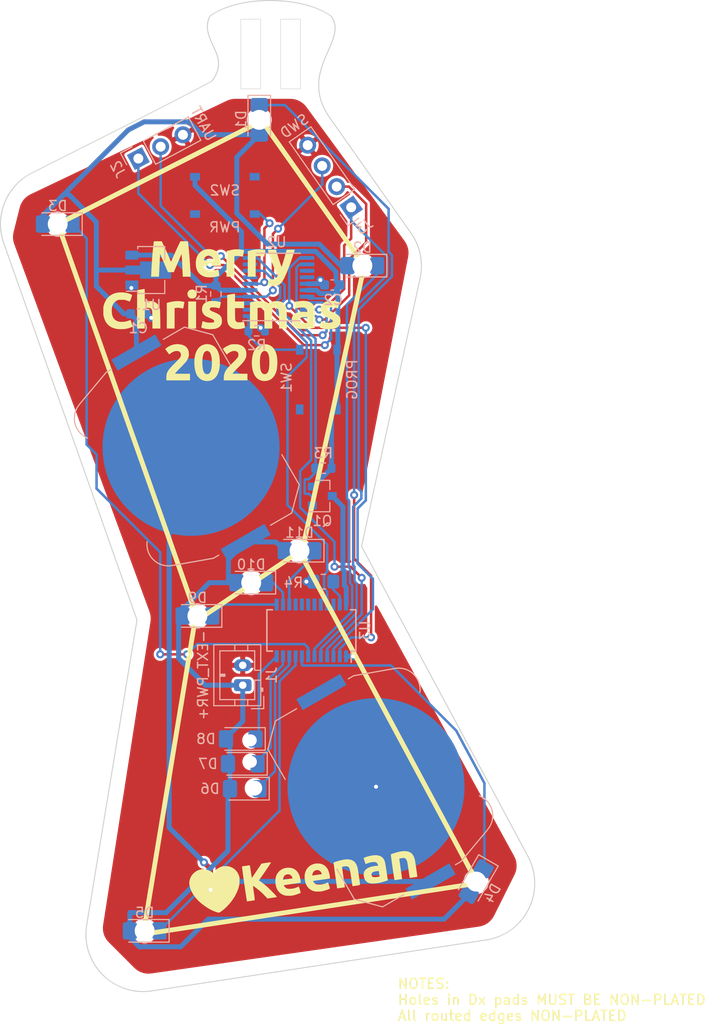
<source format=kicad_pcb>
(kicad_pcb (version 20171130) (host pcbnew 5.1.7)
  (layers (0 F.Cu signal) (31 B.Cu signal) (34 B.Paste user) (35 F.Paste user) (36 B.SilkS user) (37 F.SilkS user) (38 B.Mask user) (39 F.Mask user) (44 Edge.Cuts user))
  (net 0 "")
  (net 1 +6V)
  (net 2 "Net-(BT1-Pad2)")
  (net 3 GND)
  (net 4 +3V3)
  (net 5 "Net-(D1-Pad1)")
  (net 6 "Net-(D2-Pad1)")
  (net 7 "Net-(D3-Pad1)")
  (net 8 "Net-(D4-Pad1)")
  (net 9 "Net-(D5-Pad1)")
  (net 10 "Net-(D6-Pad1)")
  (net 11 "Net-(D7-Pad1)")
  (net 12 "Net-(D8-Pad1)")
  (net 13 "Net-(D9-Pad1)")
  (net 14 "Net-(D10-Pad1)")
  (net 15 "Net-(D11-Pad1)")
  (net 16 /TX)
  (net 17 /RX)
  (net 18 /SWDIO)
  (net 19 /SWCLK)
  (net 20 /~RESET)
  (net 21 "Net-(Q1-Pad1)")
  (net 22 "Net-(Q1-Pad3)")
  (net 23 "Net-(R2-Pad1)")
  (net 24 "Net-(R4-Pad1)")
  (net 25 "Net-(SW2-Pad1)")
  (net 26 "Net-(U2-Pad8)")
  (net 27 "Net-(U2-Pad10)")
  (net 28 "Net-(U2-Pad11)")
  (module Capacitor_SMD:C_0603_1608Metric (layer B.Cu) (at 116.2 80.7 180)
    (fp_text reference C2 (at -0.1 -1.5) (layer B.SilkS) (effects (justify mirror)))
    (fp_text value 10u)
    (pad 1 smd roundrect (at -0.775 0 180) (size 0.9 0.95) (layers B.Cu B.Paste B.Mask) (net 4 +3V3))
    (pad 2 smd roundrect (at 0.775 0 180) (size 0.9 0.95) (layers B.Cu B.Paste B.Mask) (net 3 GND))
  )
  (module art:orion (layer F.Cu) (at 109.7 101.9)
    (fp_text reference ARTWORK hide)
    (fp_text value Val** hide)
    (fp_line (start -5.822276 -48.191006) (end -5.822276 -48.191006) (layer Edge.Cuts) (width 0.1))
    (fp_line (start -5.822276 -48.191006) (end -5.822276 -48.191006) (layer Edge.Cuts) (width 0.1))
    (fp_line (start -5.683705 -48.291336) (end -5.822276 -48.191006) (layer Edge.Cuts) (width 0.1))
    (fp_line (start -5.539744 -48.388296) (end -5.683705 -48.291336) (layer Edge.Cuts) (width 0.1))
    (fp_line (start -5.390843 -48.481898) (end -5.539744 -48.388296) (layer Edge.Cuts) (width 0.1))
    (fp_line (start -5.237032 -48.572161) (end -5.390843 -48.481898) (layer Edge.Cuts) (width 0.1))
    (fp_line (start -5.078593 -48.65908) (end -5.237032 -48.572161) (layer Edge.Cuts) (width 0.1))
    (fp_line (start -4.915525 -48.742663) (end -5.078593 -48.65908) (layer Edge.Cuts) (width 0.1))
    (fp_line (start -4.748167 -48.822918) (end -4.915525 -48.742663) (layer Edge.Cuts) (width 0.1))
    (fp_line (start -4.576689 -48.899863) (end -4.748167 -48.822918) (layer Edge.Cuts) (width 0.1))
    (fp_line (start -4.401231 -48.973518) (end -4.576689 -48.899863) (layer Edge.Cuts) (width 0.1))
    (fp_line (start -4.221935 -49.043847) (end -4.401231 -48.973518) (layer Edge.Cuts) (width 0.1))
    (fp_line (start -4.03883 -49.110915) (end -4.221935 -49.043847) (layer Edge.Cuts) (width 0.1))
    (fp_line (start -3.852394 -49.174691) (end -4.03883 -49.110915) (layer Edge.Cuts) (width 0.1))
    (fp_line (start -3.662599 -49.235205) (end -3.852394 -49.174691) (layer Edge.Cuts) (width 0.1))
    (fp_line (start -3.469644 -49.29244) (end -3.662599 -49.235205) (layer Edge.Cuts) (width 0.1))
    (fp_line (start -3.273669 -49.346432) (end -3.469644 -49.29244) (layer Edge.Cuts) (width 0.1))
    (fp_line (start -3.074956 -49.397178) (end -3.273669 -49.346432) (layer Edge.Cuts) (width 0.1))
    (fp_line (start -2.873732 -49.444696) (end -3.074956 -49.397178) (layer Edge.Cuts) (width 0.1))
    (fp_line (start -2.669798 -49.488985) (end -2.873732 -49.444696) (layer Edge.Cuts) (width 0.1))
    (fp_line (start -2.463776 -49.53006) (end -2.669798 -49.488985) (layer Edge.Cuts) (width 0.1))
    (fp_line (start -2.255552 -49.56792) (end -2.463776 -49.53006) (layer Edge.Cuts) (width 0.1))
    (fp_line (start -2.045409 -49.602583) (end -2.255552 -49.56792) (layer Edge.Cuts) (width 0.1))
    (fp_line (start -1.833517 -49.63405) (end -2.045409 -49.602583) (layer Edge.Cuts) (width 0.1))
    (fp_line (start -1.620016 -49.662349) (end -1.833517 -49.63405) (layer Edge.Cuts) (width 0.1))
    (fp_line (start -1.405104 -49.687452) (end -1.620016 -49.662349) (layer Edge.Cuts) (width 0.1))
    (fp_line (start -1.188921 -49.709406) (end -1.405104 -49.687452) (layer Edge.Cuts) (width 0.1))
    (fp_line (start -0.971639 -49.728059) (end -1.188921 -49.709406) (layer Edge.Cuts) (width 0.1))
    (fp_line (start -0.753537 -49.743696) (end -0.971639 -49.728059) (layer Edge.Cuts) (width 0.1))
    (fp_line (start -0.534505 -49.756216) (end -0.753537 -49.743696) (layer Edge.Cuts) (width 0.1))
    (fp_line (start -0.315133 -49.765601) (end -0.534505 -49.756216) (layer Edge.Cuts) (width 0.1))
    (fp_line (start -0.095113 -49.771854) (end -0.315133 -49.765601) (layer Edge.Cuts) (width 0.1))
    (fp_line (start 0.124879 -49.775003) (end -0.095113 -49.771854) (layer Edge.Cuts) (width 0.1))
    (fp_line (start 0.34521 -49.775051) (end 0.124879 -49.775003) (layer Edge.Cuts) (width 0.1))
    (fp_line (start 0.565231 -49.771997) (end 0.34521 -49.775051) (layer Edge.Cuts) (width 0.1))
    (fp_line (start 0.784912 -49.765872) (end 0.565231 -49.771997) (layer Edge.Cuts) (width 0.1))
    (fp_line (start 1.004284 -49.756661) (end 0.784912 -49.765872) (layer Edge.Cuts) (width 0.1))
    (fp_line (start 1.222893 -49.74438) (end 1.004284 -49.756661) (layer Edge.Cuts) (width 0.1))
    (fp_line (start 1.440769 -49.729045) (end 1.222893 -49.74438) (layer Edge.Cuts) (width 0.1))
    (fp_line (start 1.657798 -49.710657) (end 1.440769 -49.729045) (layer Edge.Cuts) (width 0.1))
    (fp_line (start 1.873415 -49.689228) (end 1.657798 -49.710657) (layer Edge.Cuts) (width 0.1))
    (fp_line (start 2.087904 -49.664762) (end 1.873415 -49.689228) (layer Edge.Cuts) (width 0.1))
    (fp_line (start 2.3007 -49.637273) (end 2.087904 -49.664762) (layer Edge.Cuts) (width 0.1))
    (fp_line (start 2.512084 -49.606776) (end 2.3007 -49.637273) (layer Edge.Cuts) (width 0.1))
    (fp_line (start 2.721493 -49.573274) (end 2.512084 -49.606776) (layer Edge.Cuts) (width 0.1))
    (fp_line (start 2.928926 -49.536766) (end 2.721493 -49.573274) (layer Edge.Cuts) (width 0.1))
    (fp_line (start 3.134384 -49.497283) (end 2.928926 -49.536766) (layer Edge.Cuts) (width 0.1))
    (fp_line (start 3.337302 -49.454808) (end 3.134384 -49.497283) (layer Edge.Cuts) (width 0.1))
    (fp_line (start 3.53768 -49.409373) (end 3.337302 -49.454808) (layer Edge.Cuts) (width 0.1))
    (fp_line (start 3.735235 -49.360966) (end 3.53768 -49.409373) (layer Edge.Cuts) (width 0.1))
    (fp_line (start 3.929969 -49.309599) (end 3.735235 -49.360966) (layer Edge.Cuts) (width 0.1))
    (fp_line (start 4.12188 -49.255305) (end 3.929969 -49.309599) (layer Edge.Cuts) (width 0.1))
    (fp_line (start 4.310686 -49.198068) (end 4.12188 -49.255305) (layer Edge.Cuts) (width 0.1))
    (fp_line (start 4.495824 -49.137904) (end 4.310686 -49.198068) (layer Edge.Cuts) (width 0.1))
    (fp_line (start 4.677575 -49.07483) (end 4.495824 -49.137904) (layer Edge.Cuts) (width 0.1))
    (fp_line (start 4.855375 -49.008827) (end 4.677575 -49.07483) (layer Edge.Cuts) (width 0.1))
    (fp_line (start 5.029506 -48.939945) (end 4.855375 -49.008827) (layer Edge.Cuts) (width 0.1))
    (fp_line (start 5.199404 -48.868153) (end 5.029506 -48.939945) (layer Edge.Cuts) (width 0.1))
    (fp_line (start 5.365351 -48.793497) (end 5.199404 -48.868153) (layer Edge.Cuts) (width 0.1))
    (fp_line (start 5.5265 -48.715945) (end 5.365351 -48.793497) (layer Edge.Cuts) (width 0.1))
    (fp_line (start 5.683415 -48.635548) (end 5.5265 -48.715945) (layer Edge.Cuts) (width 0.1))
    (fp_line (start 5.835251 -48.552284) (end 5.683415 -48.635548) (layer Edge.Cuts) (width 0.1))
    (fp_line (start 5.982571 -48.466175) (end 5.835251 -48.552284) (layer Edge.Cuts) (width 0.1))
    (fp_line (start 6.124528 -48.377233) (end 5.982571 -48.466175) (layer Edge.Cuts) (width 0.1))
    (fp_line (start 6.261124 -48.285443) (end 6.124528 -48.377233) (layer Edge.Cuts) (width 0.1))
    (fp_line (start 6.39264 -48.190856) (end 6.261124 -48.285443) (layer Edge.Cuts) (width 0.1))
    (fp_line (start 6.47392 -48.072261) (end 6.39264 -48.190856) (layer Edge.Cuts) (width 0.1))
    (fp_line (start 6.544757 -47.952968) (end 6.47392 -48.072261) (layer Edge.Cuts) (width 0.1))
    (fp_line (start 6.605717 -47.832911) (end 6.544757 -47.952968) (layer Edge.Cuts) (width 0.1))
    (fp_line (start 6.657082 -47.712089) (end 6.605717 -47.832911) (layer Edge.Cuts) (width 0.1))
    (fp_line (start 6.699415 -47.59044) (end 6.657082 -47.712089) (layer Edge.Cuts) (width 0.1))
    (fp_line (start 6.732717 -47.467933) (end 6.699415 -47.59044) (layer Edge.Cuts) (width 0.1))
    (fp_line (start 6.757835 -47.344551) (end 6.732717 -47.467933) (layer Edge.Cuts) (width 0.1))
    (fp_line (start 6.774486 -47.220263) (end 6.757835 -47.344551) (layer Edge.Cuts) (width 0.1))
    (fp_line (start 6.7838 -47.09503) (end 6.774486 -47.220263) (layer Edge.Cuts) (width 0.1))
    (fp_line (start 6.785493 -46.968792) (end 6.7838 -47.09503) (layer Edge.Cuts) (width 0.1))
    (fp_line (start 6.780413 -46.841538) (end 6.785493 -46.968792) (layer Edge.Cuts) (width 0.1))
    (fp_line (start 6.76856 -46.713268) (end 6.780413 -46.841538) (layer Edge.Cuts) (width 0.1))
    (fp_line (start 6.75078 -46.583869) (end 6.76856 -46.713268) (layer Edge.Cuts) (width 0.1))
    (fp_line (start 6.727073 -46.453398) (end 6.75078 -46.583869) (layer Edge.Cuts) (width 0.1))
    (fp_line (start 6.697722 -46.321741) (end 6.727073 -46.453398) (layer Edge.Cuts) (width 0.1))
    (fp_line (start 6.663573 -46.188927) (end 6.697722 -46.321741) (layer Edge.Cuts) (width 0.1))
    (fp_line (start 6.624626 -46.054872) (end 6.663573 -46.188927) (layer Edge.Cuts) (width 0.1))
    (fp_line (start 6.581164 -45.919602) (end 6.624626 -46.054872) (layer Edge.Cuts) (width 0.1))
    (fp_line (start 6.534033 -45.783035) (end 6.581164 -45.919602) (layer Edge.Cuts) (width 0.1))
    (fp_line (start 6.483233 -45.645141) (end 6.534033 -45.783035) (layer Edge.Cuts) (width 0.1))
    (fp_line (start 6.37232 -45.365262) (end 6.483233 -45.645141) (layer Edge.Cuts) (width 0.1))
    (fp_line (start 6.251811 -45.079737) (end 6.37232 -45.365262) (layer Edge.Cuts) (width 0.1))
    (fp_line (start 5.993295 -44.490627) (end 6.251811 -45.079737) (layer Edge.Cuts) (width 0.1))
    (fp_line (start 5.861215 -44.186476) (end 5.993295 -44.490627) (layer Edge.Cuts) (width 0.1))
    (fp_line (start 5.731675 -43.875608) (end 5.861215 -44.186476) (layer Edge.Cuts) (width 0.1))
    (fp_line (start 5.606933 -43.557741) (end 5.731675 -43.875608) (layer Edge.Cuts) (width 0.1))
    (fp_line (start 5.547666 -43.396113) (end 5.606933 -43.557741) (layer Edge.Cuts) (width 0.1))
    (fp_line (start 5.490657 -43.232621) (end 5.547666 -43.396113) (layer Edge.Cuts) (width 0.1))
    (fp_line (start 5.436753 -43.067239) (end 5.490657 -43.232621) (layer Edge.Cuts) (width 0.1))
    (fp_line (start 5.385671 -42.899938) (end 5.436753 -43.067239) (layer Edge.Cuts) (width 0.1))
    (fp_line (start 5.338257 -42.730689) (end 5.385671 -42.899938) (layer Edge.Cuts) (width 0.1))
    (fp_line (start 5.295077 -42.559465) (end 5.338257 -42.730689) (layer Edge.Cuts) (width 0.1))
    (fp_line (start 5.255849 -42.386209) (end 5.295077 -42.559465) (layer Edge.Cuts) (width 0.1))
    (fp_line (start 5.221417 -42.210892) (end 5.255849 -42.386209) (layer Edge.Cuts) (width 0.1))
    (fp_line (start 5.192066 -42.033544) (end 5.221417 -42.210892) (layer Edge.Cuts) (width 0.1))
    (fp_line (start 5.168077 -41.854022) (end 5.192066 -42.033544) (layer Edge.Cuts) (width 0.1))
    (fp_line (start 5.150015 -41.672384) (end 5.168077 -41.854022) (layer Edge.Cuts) (width 0.1))
    (fp_line (start 5.138162 -41.488544) (end 5.150015 -41.672384) (layer Edge.Cuts) (width 0.1))
    (fp_line (start 5.132517 -41.302475) (end 5.138162 -41.488544) (layer Edge.Cuts) (width 0.1))
    (fp_line (start 5.134211 -41.114177) (end 5.132517 -41.302475) (layer Edge.Cuts) (width 0.1))
    (fp_line (start 5.143242 -40.923592) (end 5.134211 -41.114177) (layer Edge.Cuts) (width 0.1))
    (fp_line (start 5.159893 -40.730665) (end 5.143242 -40.923592) (layer Edge.Cuts) (width 0.1))
    (fp_line (start 5.184446 -40.535424) (end 5.159893 -40.730665) (layer Edge.Cuts) (width 0.1))
    (fp_line (start 5.217466 -40.337783) (end 5.184446 -40.535424) (layer Edge.Cuts) (width 0.1))
    (fp_line (start 5.259517 -40.137716) (end 5.217466 -40.337783) (layer Edge.Cuts) (width 0.1))
    (fp_line (start 5.310317 -39.935193) (end 5.259517 -40.137716) (layer Edge.Cuts) (width 0.1))
    (fp_line (start 5.370995 -39.730187) (end 5.310317 -39.935193) (layer Edge.Cuts) (width 0.1))
    (fp_line (start 5.441551 -39.522669) (end 5.370995 -39.730187) (layer Edge.Cuts) (width 0.1))
    (fp_line (start 5.522548 -39.312611) (end 5.441551 -39.522669) (layer Edge.Cuts) (width 0.1))
    (fp_line (start 5.614271 -39.099929) (end 5.522548 -39.312611) (layer Edge.Cuts) (width 0.1))
    (fp_line (start 5.716717 -38.884678) (end 5.614271 -39.099929) (layer Edge.Cuts) (width 0.1))
    (fp_line (start 5.830735 -38.666746) (end 5.716717 -38.884678) (layer Edge.Cuts) (width 0.1))
    (fp_line (start 5.956888 -38.446133) (end 5.830735 -38.666746) (layer Edge.Cuts) (width 0.1))
    (fp_line (start 6.094895 -38.22281) (end 5.956888 -38.446133) (layer Edge.Cuts) (width 0.1))
    (fp_line (start 6.245602 -37.996722) (end 6.094895 -38.22281) (layer Edge.Cuts) (width 0.1))
    (fp_line (start 6.409008 -37.76784) (end 6.245602 -37.996722) (layer Edge.Cuts) (width 0.1))
    (fp_line (start 14.413395 -26.417879) (end 6.409008 -37.76784) (layer Edge.Cuts) (width 0.1))
    (fp_line (start 14.498908 -26.293306) (end 14.413395 -26.417879) (layer Edge.Cuts) (width 0.1))
    (fp_line (start 14.580753 -26.166898) (end 14.498908 -26.293306) (layer Edge.Cuts) (width 0.1))
    (fp_line (start 14.65921 -26.038685) (end 14.580753 -26.166898) (layer Edge.Cuts) (width 0.1))
    (fp_line (start 14.733999 -25.90875) (end 14.65921 -26.038685) (layer Edge.Cuts) (width 0.1))
    (fp_line (start 14.805401 -25.777178) (end 14.733999 -25.90875) (layer Edge.Cuts) (width 0.1))
    (fp_line (start 14.873135 -25.644082) (end 14.805401 -25.777178) (layer Edge.Cuts) (width 0.1))
    (fp_line (start 14.937199 -25.509462) (end 14.873135 -25.644082) (layer Edge.Cuts) (width 0.1))
    (fp_line (start 14.997595 -25.373431) (end 14.937199 -25.509462) (layer Edge.Cuts) (width 0.1))
    (fp_line (start 15.054604 -25.236045) (end 14.997595 -25.373431) (layer Edge.Cuts) (width 0.1))
    (fp_line (start 15.107944 -25.097389) (end 15.054604 -25.236045) (layer Edge.Cuts) (width 0.1))
    (fp_line (start 15.157615 -24.957548) (end 15.107944 -25.097389) (layer Edge.Cuts) (width 0.1))
    (fp_line (start 15.203335 -24.816578) (end 15.157615 -24.957548) (layer Edge.Cuts) (width 0.1))
    (fp_line (start 15.245668 -24.674564) (end 15.203335 -24.816578) (layer Edge.Cuts) (width 0.1))
    (fp_line (start 15.284332 -24.53159) (end 15.245668 -24.674564) (layer Edge.Cuts) (width 0.1))
    (fp_line (start 15.319328 -24.387685) (end 15.284332 -24.53159) (layer Edge.Cuts) (width 0.1))
    (fp_line (start 15.350655 -24.242961) (end 15.319328 -24.387685) (layer Edge.Cuts) (width 0.1))
    (fp_line (start 15.37803 -24.097476) (end 15.350655 -24.242961) (layer Edge.Cuts) (width 0.1))
    (fp_line (start 15.401737 -23.951313) (end 15.37803 -24.097476) (layer Edge.Cuts) (width 0.1))
    (fp_line (start 15.421775 -23.804557) (end 15.401737 -23.951313) (layer Edge.Cuts) (width 0.1))
    (fp_line (start 15.437861 -23.657266) (end 15.421775 -23.804557) (layer Edge.Cuts) (width 0.1))
    (fp_line (start 15.450279 -23.509494) (end 15.437861 -23.657266) (layer Edge.Cuts) (width 0.1))
    (fp_line (start 15.459028 -23.361271) (end 15.450279 -23.509494) (layer Edge.Cuts) (width 0.1))
    (fp_line (start 15.463826 -23.21285) (end 15.459028 -23.361271) (layer Edge.Cuts) (width 0.1))
    (fp_line (start 15.464672 -23.064119) (end 15.463826 -23.21285) (layer Edge.Cuts) (width 0.1))
    (fp_line (start 15.461568 -22.915388) (end 15.464672 -23.064119) (layer Edge.Cuts) (width 0.1))
    (fp_line (start 15.454795 -22.766318) (end 15.461568 -22.915388) (layer Edge.Cuts) (width 0.1))
    (fp_line (start 15.44407 -22.617418) (end 15.454795 -22.766318) (layer Edge.Cuts) (width 0.1))
    (fp_line (start 15.429677 -22.468517) (end 15.44407 -22.617418) (layer Edge.Cuts) (width 0.1))
    (fp_line (start 15.41105 -22.319617) (end 15.429677 -22.468517) (layer Edge.Cuts) (width 0.1))
    (fp_line (start 15.388755 -22.171055) (end 15.41105 -22.319617) (layer Edge.Cuts) (width 0.1))
    (fp_line (start 15.362508 -22.022776) (end 15.388755 -22.171055) (layer Edge.Cuts) (width 0.1))
    (fp_line (start 15.332028 -21.874835) (end 15.362508 -22.022776) (layer Edge.Cuts) (width 0.1))
    (fp_line (start 9.445719 5.06367) (end 15.332028 -21.874835) (layer Edge.Cuts) (width 0.1))
    (fp_line (start 26.171619 36.179798) (end 9.445719 5.06367) (layer Edge.Cuts) (width 0.1))
    (fp_line (start 26.25685 36.344333) (end 26.171619 36.179798) (layer Edge.Cuts) (width 0.1))
    (fp_line (start 26.336154 36.509998) (end 26.25685 36.344333) (layer Edge.Cuts) (width 0.1))
    (fp_line (start 26.409814 36.677073) (end 26.336154 36.509998) (layer Edge.Cuts) (width 0.1))
    (fp_line (start 26.477548 36.844713) (end 26.409814 36.677073) (layer Edge.Cuts) (width 0.1))
    (fp_line (start 26.539636 37.012918) (end 26.477548 36.844713) (layer Edge.Cuts) (width 0.1))
    (fp_line (start 26.596081 37.181969) (end 26.539636 37.012918) (layer Edge.Cuts) (width 0.1))
    (fp_line (start 26.647163 37.351866) (end 26.596081 37.181969) (layer Edge.Cuts) (width 0.1))
    (fp_line (start 26.692319 37.521764) (end 26.647163 37.351866) (layer Edge.Cuts) (width 0.1))
    (fp_line (start 26.732394 37.692226) (end 26.692319 37.521764) (layer Edge.Cuts) (width 0.1))
    (fp_line (start 26.766543 37.862971) (end 26.732394 37.692226) (layer Edge.Cuts) (width 0.1))
    (fp_line (start 26.795612 38.033715) (end 26.766543 37.862971) (layer Edge.Cuts) (width 0.1))
    (fp_line (start 26.819319 38.204742) (end 26.795612 38.033715) (layer Edge.Cuts) (width 0.1))
    (fp_line (start 26.837663 38.375769) (end 26.819319 38.204742) (layer Edge.Cuts) (width 0.1))
    (fp_line (start 26.850928 38.546231) (end 26.837663 38.375769) (layer Edge.Cuts) (width 0.1))
    (fp_line (start 26.85883 38.716693) (end 26.850928 38.546231) (layer Edge.Cuts) (width 0.1))
    (fp_line (start 26.861652 38.886873) (end 26.85883 38.716693) (layer Edge.Cuts) (width 0.1))
    (fp_line (start 26.859394 39.056489) (end 26.861652 38.886873) (layer Edge.Cuts) (width 0.1))
    (fp_line (start 26.852056 39.225257) (end 26.859394 39.056489) (layer Edge.Cuts) (width 0.1))
    (fp_line (start 26.839921 39.393744) (end 26.852056 39.225257) (layer Edge.Cuts) (width 0.1))
    (fp_line (start 26.822705 39.561384) (end 26.839921 39.393744) (layer Edge.Cuts) (width 0.1))
    (fp_line (start 26.80041 39.727895) (end 26.822705 39.561384) (layer Edge.Cuts) (width 0.1))
    (fp_line (start 26.773599 39.89356) (end 26.80041 39.727895) (layer Edge.Cuts) (width 0.1))
    (fp_line (start 26.74199 40.058095) (end 26.773599 39.89356) (layer Edge.Cuts) (width 0.1))
    (fp_line (start 26.705583 40.221502) (end 26.74199 40.058095) (layer Edge.Cuts) (width 0.1))
    (fp_line (start 26.664379 40.383497) (end 26.705583 40.221502) (layer Edge.Cuts) (width 0.1))
    (fp_line (start 26.618941 40.544364) (end 26.664379 40.383497) (layer Edge.Cuts) (width 0.1))
    (fp_line (start 26.568705 40.703537) (end 26.618941 40.544364) (layer Edge.Cuts) (width 0.1))
    (fp_line (start 26.513672 40.861017) (end 26.568705 40.703537) (layer Edge.Cuts) (width 0.1))
    (fp_line (start 26.454405 41.016804) (end 26.513672 40.861017) (layer Edge.Cuts) (width 0.1))
    (fp_line (start 26.390905 41.170897) (end 26.454405 41.016804) (layer Edge.Cuts) (width 0.1))
    (fp_line (start 26.32289 41.323015) (end 26.390905 41.170897) (layer Edge.Cuts) (width 0.1))
    (fp_line (start 26.250641 41.473157) (end 26.32289 41.323015) (layer Edge.Cuts) (width 0.1))
    (fp_line (start 26.174159 41.621042) (end 26.250641 41.473157) (layer Edge.Cuts) (width 0.1))
    (fp_line (start 26.093161 41.766951) (end 26.174159 41.621042) (layer Edge.Cuts) (width 0.1))
    (fp_line (start 26.008212 41.91032) (end 26.093161 41.766951) (layer Edge.Cuts) (width 0.1))
    (fp_line (start 25.919312 42.051148) (end 26.008212 41.91032) (layer Edge.Cuts) (width 0.1))
    (fp_line (start 25.826179 42.18972) (end 25.919312 42.051148) (layer Edge.Cuts) (width 0.1))
    (fp_line (start 25.729094 42.325468) (end 25.826179 42.18972) (layer Edge.Cuts) (width 0.1))
    (fp_line (start 25.628059 42.458395) (end 25.729094 42.325468) (layer Edge.Cuts) (width 0.1))
    (fp_line (start 25.523072 42.588782) (end 25.628059 42.458395) (layer Edge.Cuts) (width 0.1))
    (fp_line (start 25.414416 42.716064) (end 25.523072 42.588782) (layer Edge.Cuts) (width 0.1))
    (fp_line (start 25.30181 42.83996) (end 25.414416 42.716064) (layer Edge.Cuts) (width 0.1))
    (fp_line (start 25.185534 42.961033) (end 25.30181 42.83996) (layer Edge.Cuts) (width 0.1))
    (fp_line (start 25.06559 43.07872) (end 25.185534 42.961033) (layer Edge.Cuts) (width 0.1))
    (fp_line (start 24.941976 43.193302) (end 25.06559 43.07872) (layer Edge.Cuts) (width 0.1))
    (fp_line (start 24.814694 43.304215) (end 24.941976 43.193302) (layer Edge.Cuts) (width 0.1))
    (fp_line (start 24.684025 43.41146) (end 24.814694 43.304215) (layer Edge.Cuts) (width 0.1))
    (fp_line (start 24.54997 43.515317) (end 24.684025 43.41146) (layer Edge.Cuts) (width 0.1))
    (fp_line (start 24.412245 43.615224) (end 24.54997 43.515317) (layer Edge.Cuts) (width 0.1))
    (fp_line (start 24.271134 43.711179) (end 24.412245 43.615224) (layer Edge.Cuts) (width 0.1))
    (fp_line (start 24.126637 43.803184) (end 24.271134 43.711179) (layer Edge.Cuts) (width 0.1))
    (fp_line (start 23.979034 43.891237) (end 24.126637 43.803184) (layer Edge.Cuts) (width 0.1))
    (fp_line (start 23.828328 43.974775) (end 23.979034 43.891237) (layer Edge.Cuts) (width 0.1))
    (fp_line (start 23.674234 44.054079) (end 23.828328 43.974775) (layer Edge.Cuts) (width 0.1))
    (fp_line (start 23.517037 44.129151) (end 23.674234 44.054079) (layer Edge.Cuts) (width 0.1))
    (fp_line (start 23.357017 44.199706) (end 23.517037 44.129151) (layer Edge.Cuts) (width 0.1))
    (fp_line (start 23.19361 44.265746) (end 23.357017 44.199706) (layer Edge.Cuts) (width 0.1))
    (fp_line (start 23.027381 44.326988) (end 23.19361 44.265746) (layer Edge.Cuts) (width 0.1))
    (fp_line (start 22.85833 44.383433) (end 23.027381 44.326988) (layer Edge.Cuts) (width 0.1))
    (fp_line (start 22.686457 44.434797) (end 22.85833 44.383433) (layer Edge.Cuts) (width 0.1))
    (fp_line (start 22.511479 44.481364) (end 22.686457 44.434797) (layer Edge.Cuts) (width 0.1))
    (fp_line (start 22.333961 44.522568) (end 22.511479 44.481364) (layer Edge.Cuts) (width 0.1))
    (fp_line (start 22.153903 44.558693) (end 22.333961 44.522568) (layer Edge.Cuts) (width 0.1))
    (fp_line (start 21.970741 44.589455) (end 22.153903 44.558693) (layer Edge.Cuts) (width 0.1))
    (fp_line (start -11.652056 49.708119) (end 21.970741 44.589455) (layer Edge.Cuts) (width 0.1))
    (fp_line (start -11.832763 49.732673) (end -11.652056 49.708119) (layer Edge.Cuts) (width 0.1))
    (fp_line (start -12.012595 49.751581) (end -11.832763 49.732673) (layer Edge.Cuts) (width 0.1))
    (fp_line (start -12.191467 49.764846) (end -12.012595 49.751581) (layer Edge.Cuts) (width 0.1))
    (fp_line (start -12.369267 49.772748) (end -12.191467 49.764846) (layer Edge.Cuts) (width 0.1))
    (fp_line (start -12.545995 49.775006) (end -12.369267 49.772748) (layer Edge.Cuts) (width 0.1))
    (fp_line (start -12.721509 49.771901) (end -12.545995 49.775006) (layer Edge.Cuts) (width 0.1))
    (fp_line (start -12.895724 49.763717) (end -12.721509 49.771901) (layer Edge.Cuts) (width 0.1))
    (fp_line (start -13.068614 49.75017) (end -12.895724 49.763717) (layer Edge.Cuts) (width 0.1))
    (fp_line (start -13.240036 49.731544) (end -13.068614 49.75017) (layer Edge.Cuts) (width 0.1))
    (fp_line (start -13.40999 49.707837) (end -13.240036 49.731544) (layer Edge.Cuts) (width 0.1))
    (fp_line (start -13.578335 49.67905) (end -13.40999 49.707837) (layer Edge.Cuts) (width 0.1))
    (fp_line (start -13.745044 49.645184) (end -13.578335 49.67905) (layer Edge.Cuts) (width 0.1))
    (fp_line (start -13.910003 49.606801) (end -13.745044 49.645184) (layer Edge.Cuts) (width 0.1))
    (fp_line (start -14.073127 49.563621) (end -13.910003 49.606801) (layer Edge.Cuts) (width 0.1))
    (fp_line (start -14.234361 49.515644) (end -14.073127 49.563621) (layer Edge.Cuts) (width 0.1))
    (fp_line (start -14.393619 49.46315) (end -14.234361 49.515644) (layer Edge.Cuts) (width 0.1))
    (fp_line (start -14.550845 49.406141) (end -14.393619 49.46315) (layer Edge.Cuts) (width 0.1))
    (fp_line (start -14.705926 49.344617) (end -14.550845 49.406141) (layer Edge.Cuts) (width 0.1))
    (fp_line (start -14.858806 49.278859) (end -14.705926 49.344617) (layer Edge.Cuts) (width 0.1))
    (fp_line (start -15.009371 49.208868) (end -14.858806 49.278859) (layer Edge.Cuts) (width 0.1))
    (fp_line (start -15.157594 49.134644) (end -15.009371 49.208868) (layer Edge.Cuts) (width 0.1))
    (fp_line (start -15.30339 49.056186) (end -15.157594 49.134644) (layer Edge.Cuts) (width 0.1))
    (fp_line (start -15.446646 48.973495) (end -15.30339 49.056186) (layer Edge.Cuts) (width 0.1))
    (fp_line (start -15.587306 48.887135) (end -15.446646 48.973495) (layer Edge.Cuts) (width 0.1))
    (fp_line (start -15.725313 48.797106) (end -15.587306 48.887135) (layer Edge.Cuts) (width 0.1))
    (fp_line (start -15.860582 48.702844) (end -15.725313 48.797106) (layer Edge.Cuts) (width 0.1))
    (fp_line (start -15.992972 48.604913) (end -15.860582 48.702844) (layer Edge.Cuts) (width 0.1))
    (fp_line (start -16.122484 48.503595) (end -15.992972 48.604913) (layer Edge.Cuts) (width 0.1))
    (fp_line (start -16.249004 48.398608) (end -16.122484 48.503595) (layer Edge.Cuts) (width 0.1))
    (fp_line (start -16.372476 48.289953) (end -16.249004 48.398608) (layer Edge.Cuts) (width 0.1))
    (fp_line (start -16.492788 48.17791) (end -16.372476 48.289953) (layer Edge.Cuts) (width 0.1))
    (fp_line (start -16.609882 48.062764) (end -16.492788 48.17791) (layer Edge.Cuts) (width 0.1))
    (fp_line (start -16.723674 47.94423) (end -16.609882 48.062764) (layer Edge.Cuts) (width 0.1))
    (fp_line (start -16.834107 47.822593) (end -16.723674 47.94423) (layer Edge.Cuts) (width 0.1))
    (fp_line (start -16.941098 47.697568) (end -16.834107 47.822593) (layer Edge.Cuts) (width 0.1))
    (fp_line (start -17.04456 47.569722) (end -16.941098 47.697568) (layer Edge.Cuts) (width 0.1))
    (fp_line (start -17.144382 47.439053) (end -17.04456 47.569722) (layer Edge.Cuts) (width 0.1))
    (fp_line (start -17.240564 47.305562) (end -17.144382 47.439053) (layer Edge.Cuts) (width 0.1))
    (fp_line (start -17.332935 47.168966) (end -17.240564 47.305562) (layer Edge.Cuts) (width 0.1))
    (fp_line (start -17.421496 47.02983) (end -17.332935 47.168966) (layer Edge.Cuts) (width 0.1))
    (fp_line (start -17.506135 46.888155) (end -17.421496 47.02983) (layer Edge.Cuts) (width 0.1))
    (fp_line (start -17.586794 46.743939) (end -17.506135 46.888155) (layer Edge.Cuts) (width 0.1))
    (fp_line (start -17.663361 46.597184) (end -17.586794 46.743939) (layer Edge.Cuts) (width 0.1))
    (fp_line (start -17.735779 46.447888) (end -17.663361 46.597184) (layer Edge.Cuts) (width 0.1))
    (fp_line (start -17.803964 46.296335) (end -17.735779 46.447888) (layer Edge.Cuts) (width 0.1))
    (fp_line (start -17.867831 46.142806) (end -17.803964 46.296335) (layer Edge.Cuts) (width 0.1))
    (fp_line (start -17.927323 45.987019) (end -17.867831 46.142806) (layer Edge.Cuts) (width 0.1))
    (fp_line (start -17.982385 45.828975) (end -17.927323 45.987019) (layer Edge.Cuts) (width 0.1))
    (fp_line (start -18.032874 45.669237) (end -17.982385 45.828975) (layer Edge.Cuts) (width 0.1))
    (fp_line (start -18.078735 45.507242) (end -18.032874 45.669237) (layer Edge.Cuts) (width 0.1))
    (fp_line (start -18.11994 45.343553) (end -18.078735 45.507242) (layer Edge.Cuts) (width 0.1))
    (fp_line (start -18.156346 45.178171) (end -18.11994 45.343553) (layer Edge.Cuts) (width 0.1))
    (fp_line (start -18.187899 45.011095) (end -18.156346 45.178171) (layer Edge.Cuts) (width 0.1))
    (fp_line (start -18.214541 44.842326) (end -18.187899 45.011095) (layer Edge.Cuts) (width 0.1))
    (fp_line (start -18.236159 44.672146) (end -18.214541 44.842326) (layer Edge.Cuts) (width 0.1))
    (fp_line (start -18.252697 44.500555) (end -18.236159 44.672146) (layer Edge.Cuts) (width 0.1))
    (fp_line (start -18.264071 44.327553) (end -18.252697 44.500555) (layer Edge.Cuts) (width 0.1))
    (fp_line (start -18.270223 44.153139) (end -18.264071 44.327553) (layer Edge.Cuts) (width 0.1))
    (fp_line (start -18.271042 43.977597) (end -18.270223 44.153139) (layer Edge.Cuts) (width 0.1))
    (fp_line (start -18.26647 43.800926) (end -18.271042 43.977597) (layer Edge.Cuts) (width 0.1))
    (fp_line (start -18.256422 43.623126) (end -18.26647 43.800926) (layer Edge.Cuts) (width 0.1))
    (fp_line (start -18.240816 43.44448) (end -18.256422 43.623126) (layer Edge.Cuts) (width 0.1))
    (fp_line (start -18.219592 43.264986) (end -18.240816 43.44448) (layer Edge.Cuts) (width 0.1))
    (fp_line (start -18.19264 43.084646) (end -18.219592 43.264986) (layer Edge.Cuts) (width 0.1))
    (fp_line (start -13.136291 12.447168) (end -18.19264 43.084646) (layer Edge.Cuts) (width 0.1))
    (fp_line (start -26.531293 -25.397673) (end -13.136291 12.447168) (layer Edge.Cuts) (width 0.1))
    (fp_line (start -26.574928 -25.525718) (end -26.531293 -25.397673) (layer Edge.Cuts) (width 0.1))
    (fp_line (start -26.615415 -25.654129) (end -26.574928 -25.525718) (layer Edge.Cuts) (width 0.1))
    (fp_line (start -26.652734 -25.782879) (end -26.615415 -25.654129) (layer Edge.Cuts) (width 0.1))
    (fp_line (start -26.686922 -25.911911) (end -26.652734 -25.782879) (layer Edge.Cuts) (width 0.1))
    (fp_line (start -26.718006 -26.041197) (end -26.686922 -25.911911) (layer Edge.Cuts) (width 0.1))
    (fp_line (start -26.745988 -26.17068) (end -26.718006 -26.041197) (layer Edge.Cuts) (width 0.1))
    (fp_line (start -26.7709 -26.300305) (end -26.745988 -26.17068) (layer Edge.Cuts) (width 0.1))
    (fp_line (start -26.792755 -26.430071) (end -26.7709 -26.300305) (layer Edge.Cuts) (width 0.1))
    (fp_line (start -26.811576 -26.559865) (end -26.792755 -26.430071) (layer Edge.Cuts) (width 0.1))
    (fp_line (start -26.827372 -26.689687) (end -26.811576 -26.559865) (layer Edge.Cuts) (width 0.1))
    (fp_line (start -26.840162 -26.819481) (end -26.827372 -26.689687) (layer Edge.Cuts) (width 0.1))
    (fp_line (start -26.849977 -26.94919) (end -26.840162 -26.819481) (layer Edge.Cuts) (width 0.1))
    (fp_line (start -26.856818 -27.078758) (end -26.849977 -26.94919) (layer Edge.Cuts) (width 0.1))
    (fp_line (start -26.860715 -27.208185) (end -26.856818 -27.078758) (layer Edge.Cuts) (width 0.1))
    (fp_line (start -26.861685 -27.337387) (end -26.860715 -27.208185) (layer Edge.Cuts) (width 0.1))
    (fp_line (start -26.859745 -27.466334) (end -26.861685 -27.337387) (layer Edge.Cuts) (width 0.1))
    (fp_line (start -26.854909 -27.594971) (end -26.859745 -27.466334) (layer Edge.Cuts) (width 0.1))
    (fp_line (start -26.847209 -27.723269) (end -26.854909 -27.594971) (layer Edge.Cuts) (width 0.1))
    (fp_line (start -26.836646 -27.851144) (end -26.847209 -27.723269) (layer Edge.Cuts) (width 0.1))
    (fp_line (start -26.823252 -27.978596) (end -26.836646 -27.851144) (layer Edge.Cuts) (width 0.1))
    (fp_line (start -26.807042 -28.105539) (end -26.823252 -27.978596) (layer Edge.Cuts) (width 0.1))
    (fp_line (start -26.788031 -28.231975) (end -26.807042 -28.105539) (layer Edge.Cuts) (width 0.1))
    (fp_line (start -26.766238 -28.357789) (end -26.788031 -28.231975) (layer Edge.Cuts) (width 0.1))
    (fp_line (start -26.741676 -28.483011) (end -26.766238 -28.357789) (layer Edge.Cuts) (width 0.1))
    (fp_line (start -26.714376 -28.607556) (end -26.741676 -28.483011) (layer Edge.Cuts) (width 0.1))
    (fp_line (start -26.684342 -28.731367) (end -26.714376 -28.607556) (layer Edge.Cuts) (width 0.1))
    (fp_line (start -26.651605 -28.854416) (end -26.684342 -28.731367) (layer Edge.Cuts) (width 0.1))
    (fp_line (start -26.616177 -28.976674) (end -26.651605 -28.854416) (layer Edge.Cuts) (width 0.1))
    (fp_line (start -26.578094 -29.098058) (end -26.616177 -28.976674) (layer Edge.Cuts) (width 0.1))
    (fp_line (start -26.537338 -29.218539) (end -26.578094 -29.098058) (layer Edge.Cuts) (width 0.1))
    (fp_line (start -26.493958 -29.33806) (end -26.537338 -29.218539) (layer Edge.Cuts) (width 0.1))
    (fp_line (start -26.447967 -29.456593) (end -26.493958 -29.33806) (layer Edge.Cuts) (width 0.1))
    (fp_line (start -26.399369 -29.574082) (end -26.447967 -29.456593) (layer Edge.Cuts) (width 0.1))
    (fp_line (start -26.348193 -29.690499) (end -26.399369 -29.574082) (layer Edge.Cuts) (width 0.1))
    (fp_line (start -26.294455 -29.805787) (end -26.348193 -29.690499) (layer Edge.Cuts) (width 0.1))
    (fp_line (start -26.238189 -29.919861) (end -26.294455 -29.805787) (layer Edge.Cuts) (width 0.1))
    (fp_line (start -26.179393 -30.03275) (end -26.238189 -29.919861) (layer Edge.Cuts) (width 0.1))
    (fp_line (start -26.118083 -30.144341) (end -26.179393 -30.03275) (layer Edge.Cuts) (width 0.1))
    (fp_line (start -26.054293 -30.254633) (end -26.118083 -30.144341) (layer Edge.Cuts) (width 0.1))
    (fp_line (start -25.988035 -30.363571) (end -26.054293 -30.254633) (layer Edge.Cuts) (width 0.1))
    (fp_line (start -25.919328 -30.471069) (end -25.988035 -30.363571) (layer Edge.Cuts) (width 0.1))
    (fp_line (start -25.848189 -30.577128) (end -25.919328 -30.471069) (layer Edge.Cuts) (width 0.1))
    (fp_line (start -25.77463 -30.681692) (end -25.848189 -30.577128) (layer Edge.Cuts) (width 0.1))
    (fp_line (start -25.698684 -30.784703) (end -25.77463 -30.681692) (layer Edge.Cuts) (width 0.1))
    (fp_line (start -25.620353 -30.886133) (end -25.698684 -30.784703) (layer Edge.Cuts) (width 0.1))
    (fp_line (start -25.539669 -30.985927) (end -25.620353 -30.886133) (layer Edge.Cuts) (width 0.1))
    (fp_line (start -25.456645 -31.084028) (end -25.539669 -30.985927) (layer Edge.Cuts) (width 0.1))
    (fp_line (start -25.371298 -31.180407) (end -25.456645 -31.084028) (layer Edge.Cuts) (width 0.1))
    (fp_line (start -25.283662 -31.274979) (end -25.371298 -31.180407) (layer Edge.Cuts) (width 0.1))
    (fp_line (start -25.193735 -31.367774) (end -25.283662 -31.274979) (layer Edge.Cuts) (width 0.1))
    (fp_line (start -25.101533 -31.458678) (end -25.193735 -31.367774) (layer Edge.Cuts) (width 0.1))
    (fp_line (start -25.007087 -31.547691) (end -25.101533 -31.458678) (layer Edge.Cuts) (width 0.1))
    (fp_line (start -24.910412 -31.634728) (end -25.007087 -31.547691) (layer Edge.Cuts) (width 0.1))
    (fp_line (start -24.81153 -31.719733) (end -24.910412 -31.634728) (layer Edge.Cuts) (width 0.1))
    (fp_line (start -24.710449 -31.802735) (end -24.81153 -31.719733) (layer Edge.Cuts) (width 0.1))
    (fp_line (start -24.607204 -31.88362) (end -24.710449 -31.802735) (layer Edge.Cuts) (width 0.1))
    (fp_line (start -24.501797 -31.96236) (end -24.607204 -31.88362) (layer Edge.Cuts) (width 0.1))
    (fp_line (start -24.394253 -32.038898) (end -24.501797 -31.96236) (layer Edge.Cuts) (width 0.1))
    (fp_line (start -24.284593 -32.113236) (end -24.394253 -32.038898) (layer Edge.Cuts) (width 0.1))
    (fp_line (start -24.172844 -32.185259) (end -24.284593 -32.113236) (layer Edge.Cuts) (width 0.1))
    (fp_line (start -24.058996 -32.254996) (end -24.172844 -32.185259) (layer Edge.Cuts) (width 0.1))
    (fp_line (start -23.943087 -32.322334) (end -24.058996 -32.254996) (layer Edge.Cuts) (width 0.1))
    (fp_line (start -23.825118 -32.387245) (end -23.943087 -32.322334) (layer Edge.Cuts) (width 0.1))
    (fp_line (start -23.705145 -32.449701) (end -23.825118 -32.387245) (layer Edge.Cuts) (width 0.1))
    (fp_line (start -21.447932 -33.588863) (end -23.705145 -32.449701) (layer Edge.Cuts) (width 0.1))
    (fp_line (start -19.163118 -34.738805) (end -21.447932 -33.588863) (layer Edge.Cuts) (width 0.1))
    (fp_line (start -16.864079 -35.895832) (end -19.163118 -34.738805) (layer Edge.Cuts) (width 0.1))
    (fp_line (start -14.564194 -37.056245) (end -16.864079 -35.895832) (layer Edge.Cuts) (width 0.1))
    (fp_line (start -12.276839 -38.216291) (end -14.564194 -37.056245) (layer Edge.Cuts) (width 0.1))
    (fp_line (start -11.142024 -38.795044) (end -12.276839 -38.216291) (layer Edge.Cuts) (width 0.1))
    (fp_line (start -10.015365 -39.372301) (end -11.142024 -38.795044) (layer Edge.Cuts) (width 0.1))
    (fp_line (start -8.898498 -39.947639) (end -10.015365 -39.372301) (layer Edge.Cuts) (width 0.1))
    (fp_line (start -7.793119 -40.520579) (end -8.898498 -39.947639) (layer Edge.Cuts) (width 0.1))
    (fp_line (start -6.70089 -41.090639) (end -7.793119 -40.520579) (layer Edge.Cuts) (width 0.1))
    (fp_line (start -5.623423 -41.65737) (end -6.70089 -41.090639) (layer Edge.Cuts) (width 0.1))
    (fp_line (start -5.529894 -41.78056) (end -5.623423 -41.65737) (layer Edge.Cuts) (width 0.1))
    (fp_line (start -5.443986 -41.902) (end -5.529894 -41.78056) (layer Edge.Cuts) (width 0.1))
    (fp_line (start -5.365725 -42.021747) (end -5.443986 -41.902) (layer Edge.Cuts) (width 0.1))
    (fp_line (start -5.294944 -42.139857) (end -5.365725 -42.021747) (layer Edge.Cuts) (width 0.1))
    (fp_line (start -5.231134 -42.256386) (end -5.294944 -42.139857) (layer Edge.Cuts) (width 0.1))
    (fp_line (start -5.174351 -42.371364) (end -5.231134 -42.256386) (layer Edge.Cuts) (width 0.1))
    (fp_line (start -5.124228 -42.484874) (end -5.174351 -42.371364) (layer Edge.Cuts) (width 0.1))
    (fp_line (start -5.080483 -42.596944) (end -5.124228 -42.484874) (layer Edge.Cuts) (width 0.1))
    (fp_line (start -5.042948 -42.707632) (end -5.080483 -42.596944) (layer Edge.Cuts) (width 0.1))
    (fp_line (start -5.011452 -42.816993) (end -5.042948 -42.707632) (layer Edge.Cuts) (width 0.1))
    (fp_line (start -4.985685 -42.925112) (end -5.011452 -42.816993) (layer Edge.Cuts) (width 0.1))
    (fp_line (start -4.965478 -43.031961) (end -4.985685 -42.925112) (layer Edge.Cuts) (width 0.1))
    (fp_line (start -4.95052 -43.137654) (end -4.965478 -43.031961) (layer Edge.Cuts) (width 0.1))
    (fp_line (start -4.940501 -43.242245) (end -4.95052 -43.137654) (layer Edge.Cuts) (width 0.1))
    (fp_line (start -4.935562 -43.345764) (end -4.940501 -43.242245) (layer Edge.Cuts) (width 0.1))
    (fp_line (start -4.935083 -43.448239) (end -4.935562 -43.345764) (layer Edge.Cuts) (width 0.1))
    (fp_line (start -4.939062 -43.549783) (end -4.935083 -43.448239) (layer Edge.Cuts) (width 0.1))
    (fp_line (start -4.947021 -43.650395) (end -4.939062 -43.549783) (layer Edge.Cuts) (width 0.1))
    (fp_line (start -4.9591 -43.75016) (end -4.947021 -43.650395) (layer Edge.Cuts) (width 0.1))
    (fp_line (start -4.974707 -43.849107) (end -4.9591 -43.75016) (layer Edge.Cuts) (width 0.1))
    (fp_line (start -4.993785 -43.947293) (end -4.974707 -43.849107) (layer Edge.Cuts) (width 0.1))
    (fp_line (start -5.016221 -44.044772) (end -4.993785 -43.947293) (layer Edge.Cuts) (width 0.1))
    (fp_line (start -5.041509 -44.141631) (end -5.016221 -44.044772) (layer Edge.Cuts) (width 0.1))
    (fp_line (start -5.069674 -44.237869) (end -5.041509 -44.141631) (layer Edge.Cuts) (width 0.1))
    (fp_line (start -5.100211 -44.333542) (end -5.069674 -44.237869) (layer Edge.Cuts) (width 0.1))
    (fp_line (start -5.133146 -44.428735) (end -5.100211 -44.333542) (layer Edge.Cuts) (width 0.1))
    (fp_line (start -5.205056 -44.617853) (end -5.133146 -44.428735) (layer Edge.Cuts) (width 0.1))
    (fp_line (start -5.283486 -44.805587) (end -5.205056 -44.617853) (layer Edge.Cuts) (width 0.1))
    (fp_line (start -5.366346 -44.992361) (end -5.283486 -44.805587) (layer Edge.Cuts) (width 0.1))
    (fp_line (start -5.538953 -45.364782) (end -5.366346 -44.992361) (layer Edge.Cuts) (width 0.1))
    (fp_line (start -5.624693 -45.551218) (end -5.538953 -45.364782) (layer Edge.Cuts) (width 0.1))
    (fp_line (start -5.707751 -45.738388) (end -5.624693 -45.551218) (layer Edge.Cuts) (width 0.1))
    (fp_line (start -5.786321 -45.926658) (end -5.707751 -45.738388) (layer Edge.Cuts) (width 0.1))
    (fp_line (start -5.858401 -46.116481) (end -5.786321 -45.926658) (layer Edge.Cuts) (width 0.1))
    (fp_line (start -5.891477 -46.212098) (end -5.858401 -46.116481) (layer Edge.Cuts) (width 0.1))
    (fp_line (start -5.922352 -46.308251) (end -5.891477 -46.212098) (layer Edge.Cuts) (width 0.1))
    (fp_line (start -5.95049 -46.405025) (end -5.922352 -46.308251) (layer Edge.Cuts) (width 0.1))
    (fp_line (start -5.976116 -46.50242) (end -5.95049 -46.405025) (layer Edge.Cuts) (width 0.1))
    (fp_line (start -5.998552 -46.60052) (end -5.976116 -46.50242) (layer Edge.Cuts) (width 0.1))
    (fp_line (start -6.017941 -46.699354) (end -5.998552 -46.60052) (layer Edge.Cuts) (width 0.1))
    (fp_line (start -6.033689 -46.799035) (end -6.017941 -46.699354) (layer Edge.Cuts) (width 0.1))
    (fp_line (start -6.045937 -46.899506) (end -6.033689 -46.799035) (layer Edge.Cuts) (width 0.1))
    (fp_line (start -6.054207 -47.000937) (end -6.045937 -46.899506) (layer Edge.Cuts) (width 0.1))
    (fp_line (start -6.058355 -47.103299) (end -6.054207 -47.000937) (layer Edge.Cuts) (width 0.1))
    (fp_line (start -6.058186 -47.206668) (end -6.058355 -47.103299) (layer Edge.Cuts) (width 0.1))
    (fp_line (start -6.053416 -47.311102) (end -6.058186 -47.206668) (layer Edge.Cuts) (width 0.1))
    (fp_line (start -6.043877 -47.416653) (end -6.053416 -47.311102) (layer Edge.Cuts) (width 0.1))
    (fp_line (start -6.02923 -47.523364) (end -6.043877 -47.416653) (layer Edge.Cuts) (width 0.1))
    (fp_line (start -6.009192 -47.6313) (end -6.02923 -47.523364) (layer Edge.Cuts) (width 0.1))
    (fp_line (start -5.983736 -47.740492) (end -6.009192 -47.6313) (layer Edge.Cuts) (width 0.1))
    (fp_line (start -5.95255 -47.851004) (end -5.983736 -47.740492) (layer Edge.Cuts) (width 0.1))
    (fp_line (start -5.915494 -47.9629) (end -5.95255 -47.851004) (layer Edge.Cuts) (width 0.1))
    (fp_line (start -5.87206 -48.076212) (end -5.915494 -47.9629) (layer Edge.Cuts) (width 0.1))
    (fp_line (start -5.822276 -48.191006) (end -5.87206 -48.076212) (layer Edge.Cuts) (width 0.1))
    (pad "" np_thru_hole circle (at -1.696021 24.539771) (size 1.2 1.2) (drill 1.2) (layers *.Cu *.Mask))
    (pad "" np_thru_hole circle (at -1.681816 26.698709) (size 1.2 1.2) (drill 1.2) (layers *.Cu *.Mask))
    (pad "" np_thru_hole circle (at -1.298319 29.340554) (size 1.5 1.5) (drill 1.5) (layers *.Cu *.Mask))
    (pad "" np_thru_hole circle (at 20.97608 38.729509) (size 2 2) (drill 2) (layers *.Cu *.Mask))
    (pad "" np_thru_hole circle (at -12.366656 43.673779) (size 2 2) (drill 2) (layers *.Cu *.Mask))
    (pad "" np_thru_hole circle (at -7.061721 12.041039) (size 2 2) (drill 2) (layers *.Cu *.Mask))
    (pad "" np_thru_hole circle (at -1.65017 8.703211) (size 2 2) (drill 2) (layers *.Cu *.Mask))
    (pad "" np_thru_hole circle (at 3.207443 5.493204) (size 2 2) (drill 2) (layers *.Cu *.Mask))
    (pad "" np_thru_hole circle (at 9.528024 -23.141144) (size 2 2) (drill 2) (layers *.Cu *.Mask))
    (pad "" np_thru_hole circle (at -0.840564 -37.785003) (size 2 2) (drill 2) (layers *.Cu *.Mask))
    (pad "" np_thru_hole circle (at -21.109028 -27.316987) (size 2 2) (drill 2) (layers *.Cu *.Mask))
  )
  (module Battery:BatteryHolder_Keystone_3034_1x20mm (layer B.Cu) (at 102 97 120)
    (fp_text reference BT1 hide)
    (fp_text value CR2032)
    (pad 1 smd rect (at -10.985 0 120) (size 1.27 5.08) (layers B.Cu B.Paste B.Mask) (net 1 +6V))
    (pad 1 smd rect (at 10.985 0 120) (size 1.27 5.08) (layers B.Cu B.Paste B.Mask) (net 1 +6V))
    (pad 2 smd circle (at 0 0 120) (size 17.8 17.8) (layers B.Cu B.Mask) (net 2 "Net-(BT1-Pad2)"))
  )
  (module Battery:BatteryHolder_Keystone_3034_1x20mm (layer B.Cu) (at 120.6 131.1 300)
    (fp_text reference BT2 hide)
    (fp_text value CR2032)
    (pad 2 smd circle (at 0 0 300) (size 17.8 17.8) (layers B.Cu B.Mask) (net 3 GND))
    (pad 1 smd rect (at 10.985 0 300) (size 1.27 5.08) (layers B.Cu B.Paste B.Mask) (net 2 "Net-(BT1-Pad2)"))
    (pad 1 smd rect (at -10.985 0 300) (size 1.27 5.08) (layers B.Cu B.Paste B.Mask) (net 2 "Net-(BT1-Pad2)"))
  )
  (module Capacitor_SMD:C_0603_1608Metric (layer B.Cu) (at 96.7 83.6)
    (fp_text reference C1 (at 0 1.43) (layer B.SilkS) (effects (justify mirror)))
    (fp_text value 10u)
    (pad 2 smd roundrect (at 0.775 0) (size 0.9 0.95) (layers B.Cu B.Paste B.Mask) (net 3 GND))
    (pad 1 smd roundrect (at -0.775 0) (size 0.9 0.95) (layers B.Cu B.Paste B.Mask) (net 1 +6V))
  )
  (module Connector_JST:JST_PH_B2B-PH-K_1x02_P2.00mm_Vertical (layer B.Cu) (at 107.2 120.9 90)
    (fp_text reference J1 (at 1 2.9 90) (layer B.SilkS) (effects (justify mirror)))
    (fp_text value -EXT_PWR+ (at 1 -4 90) (layer B.SilkS) (effects (justify mirror)))
    (pad 1 thru_hole roundrect (at 0 0 90) (size 1.2 1.75) (drill 0.75) (layers *.Cu *.Mask) (roundrect_rratio 0.2083325) (net 1 +6V))
    (pad 2 thru_hole oval (at 2 0 90) (size 1.2 1.75) (drill 0.75) (layers *.Cu *.Mask) (net 3 GND))
  )
  (module Connector_PinHeader_2.54mm:PinHeader_1x03_P2.54mm_Vertical (layer B.Cu) (at 96.7 68 298)
    (fp_text reference J2 (at 0 2.33 298) (layer B.SilkS) (effects (justify mirror)))
    (fp_text value UART (at 0 -7.41 298) (layer B.SilkS) (effects (justify mirror)))
    (pad 1 thru_hole rect (at 0 0 298) (size 1.7 1.7) (drill 1) (layers *.Cu *.Mask) (net 16 /TX))
    (pad 2 thru_hole oval (at 0 -2.54 298) (size 1.7 1.7) (drill 1) (layers *.Cu *.Mask) (net 17 /RX))
    (pad 3 thru_hole oval (at 0 -5.08 298) (size 1.7 1.7) (drill 1) (layers *.Cu *.Mask) (net 3 GND))
  )
  (module Connector_PinHeader_2.54mm:PinHeader_1x04_P2.54mm_Vertical (layer B.Cu) (at 118.1 72.9 35)
    (fp_text reference J3 (at 0 2.33 -145) (layer B.SilkS) (effects (justify mirror)))
    (fp_text value SWD (at 0 -9.95 -145) (layer B.SilkS) (effects (justify mirror)))
    (pad 1 thru_hole rect (at 0 0 35) (size 1.7 1.7) (drill 1) (layers *.Cu *.Mask) (net 18 /SWDIO))
    (pad 2 thru_hole oval (at 0 -2.54 35) (size 1.7 1.7) (drill 1) (layers *.Cu *.Mask) (net 19 /SWCLK))
    (pad 3 thru_hole oval (at 0 -5.08 35) (size 1.7 1.7) (drill 1) (layers *.Cu *.Mask) (net 20 /~RESET))
    (pad 4 thru_hole oval (at 0 -7.62 35) (size 1.7 1.7) (drill 1) (layers *.Cu *.Mask) (net 3 GND))
  )
  (module Package_TO_SOT_SMD:SOT-23 (layer B.Cu) (at 115.2 101.9)
    (fp_text reference Q1 (at 0 2.5) (layer B.SilkS) (effects (justify mirror)))
    (fp_text value AO3401A)
    (pad 1 smd rect (at -1 0.95) (size 0.9 0.8) (layers B.Cu B.Paste B.Mask) (net 21 "Net-(Q1-Pad1)"))
    (pad 2 smd rect (at -1 -0.95) (size 0.9 0.8) (layers B.Cu B.Paste B.Mask) (net 4 +3V3))
    (pad 3 smd rect (at 1 0) (size 0.9 0.8) (layers B.Cu B.Paste B.Mask) (net 22 "Net-(Q1-Pad3)"))
  )
  (module Resistor_SMD:R_0603_1608Metric (layer B.Cu) (at 104.5 81.6 270)
    (fp_text reference R1 (at 0 1.43 90) (layer B.SilkS) (effects (justify mirror)))
    (fp_text value 100k)
    (pad 1 smd roundrect (at -0.825 0 270) (size 0.8 0.95) (layers B.Cu B.Paste B.Mask) (net 4 +3V3))
    (pad 2 smd roundrect (at 0.825 0 270) (size 0.8 0.95) (layers B.Cu B.Paste B.Mask) (net 20 /~RESET))
  )
  (module Resistor_SMD:R_0603_1608Metric (layer B.Cu) (at 108.6 85.3)
    (fp_text reference R2 (at 0 1.43) (layer B.SilkS) (effects (justify mirror)))
    (fp_text value 100k)
    (pad 1 smd roundrect (at -0.825 0) (size 0.8 0.95) (layers B.Cu B.Paste B.Mask) (net 23 "Net-(R2-Pad1)"))
    (pad 2 smd roundrect (at 0.825 0) (size 0.8 0.95) (layers B.Cu B.Paste B.Mask) (net 3 GND))
  )
  (module Resistor_SMD:R_0603_1608Metric (layer B.Cu) (at 115.3 99.1)
    (fp_text reference R3 (at 0 -1.5) (layer B.SilkS) (effects (justify mirror)))
    (fp_text value 100k)
    (pad 2 smd roundrect (at 0.825 0) (size 0.8 0.95) (layers B.Cu B.Paste B.Mask) (net 4 +3V3))
    (pad 1 smd roundrect (at -0.825 0) (size 0.8 0.95) (layers B.Cu B.Paste B.Mask) (net 21 "Net-(Q1-Pad1)"))
  )
  (module Resistor_SMD:R_0805_2012Metric_Pad1.20x1.40mm_HandSolder (layer B.Cu) (at 115.3 110.5 180)
    (fp_text reference R4 (at 3 -0.1) (layer B.SilkS) (effects (justify mirror)))
    (fp_text value 2.8k)
    (pad 1 smd roundrect (at -1 0 180) (size 1.2 1.4) (layers B.Cu B.Paste B.Mask) (roundrect_rratio 0.2083325) (net 24 "Net-(R4-Pad1)"))
    (pad 2 smd roundrect (at 1 0 180) (size 1.2 1.4) (layers B.Cu B.Paste B.Mask) (roundrect_rratio 0.2083325) (net 3 GND))
  )
  (module projlib:TS-1187A (layer B.Cu) (at 114.8 90.2 90)
    (fp_text reference SW1 (at 0.2 -3.2 90) (layer B.SilkS) (effects (justify mirror)))
    (fp_text value PROG (at 0 3.4 90) (layer B.SilkS) (effects (justify mirror)))
    (pad 1 smd rect (at -3 1.875 90) (size 1 0.75) (layers B.Cu B.Paste B.Mask) (net 4 +3V3))
    (pad 1 smd rect (at 3 1.875 90) (size 1 0.75) (layers B.Cu B.Paste B.Mask) (net 4 +3V3))
    (pad 2 smd rect (at 3 -1.875 90) (size 1 0.75) (layers B.Cu B.Paste B.Mask) (net 23 "Net-(R2-Pad1)"))
    (pad 2 smd rect (at -3 -1.875 90) (size 1 0.75) (layers B.Cu B.Paste B.Mask) (net 23 "Net-(R2-Pad1)"))
  )
  (module projlib:TS-1187A (layer B.Cu) (at 105.4 71.7)
    (fp_text reference SW2 (at 0 -0.5) (layer B.SilkS) (effects (justify mirror)))
    (fp_text value PWR (at 0 3.2) (layer B.SilkS) (effects (justify mirror)))
    (pad 2 smd rect (at -3 -1.875) (size 1 0.75) (layers B.Cu B.Paste B.Mask) (net 4 +3V3))
    (pad 2 smd rect (at 3 -1.875) (size 1 0.75) (layers B.Cu B.Paste B.Mask) (net 4 +3V3))
    (pad 1 smd rect (at 3 1.875) (size 1 0.75) (layers B.Cu B.Paste B.Mask) (net 25 "Net-(SW2-Pad1)"))
    (pad 1 smd rect (at -3 1.875) (size 1 0.75) (layers B.Cu B.Paste B.Mask) (net 25 "Net-(SW2-Pad1)"))
  )
  (module Package_TO_SOT_SMD:SOT-89-3 (layer B.Cu) (at 97.7 79.2)
    (fp_text reference U1 (at 0.3 3.5) (layer B.SilkS) (effects (justify mirror)))
    (fp_text value HT7533-1)
    (pad 1 smd rect (at -1.65 1.5) (size 1.3 0.9) (layers B.Cu B.Paste B.Mask) (net 3 GND))
    (pad 3 smd rect (at -1.65 -1.5) (size 1.3 0.9) (layers B.Cu B.Paste B.Mask) (net 4 +3V3))
    (pad 2 smd custom (at -1.5625 0) (size 1.475 0.9) (layers B.Cu B.Paste B.Mask) (net 1 +6V) (options (clearance outline) (anchor rect)) (primitives (gr_poly (pts (xy 0.7375 0.8665) (xy 3.8625 0.8665) (xy 3.8625 -0.8665) (xy 0.7375 -0.8665)) (width 0))))
  )
  (module Package_SO:TSSOP-20_4.4x6.5mm_P0.65mm (layer B.Cu) (at 110.8 80.9)
    (fp_text reference U2 (at -0.2 -4.5) (layer B.SilkS) (effects (justify mirror)))
    (fp_text value STM32F030F4Px)
    (pad 1 smd roundrect (at -2.8625 2.925) (size 1.475 0.4) (layers B.Cu B.Paste B.Mask) (net 23 "Net-(R2-Pad1)"))
    (pad 2 smd roundrect (at -2.8625 2.275) (size 1.475 0.4) (layers B.Cu B.Paste B.Mask))
    (pad 3 smd roundrect (at -2.8625 1.625) (size 1.475 0.4) (layers B.Cu B.Paste B.Mask))
    (pad 4 smd roundrect (at -2.8625 0.975) (size 1.475 0.4) (layers B.Cu B.Paste B.Mask) (net 20 /~RESET))
    (pad 5 smd roundrect (at -2.8625 0.325) (size 1.475 0.4) (layers B.Cu B.Paste B.Mask) (net 4 +3V3))
    (pad 6 smd roundrect (at -2.8625 -0.325) (size 1.475 0.4) (layers B.Cu B.Paste B.Mask) (net 25 "Net-(SW2-Pad1)"))
    (pad 7 smd roundrect (at -2.8625 -0.975) (size 1.475 0.4) (layers B.Cu B.Paste B.Mask))
    (pad 8 smd roundrect (at -2.8625 -1.625) (size 1.475 0.4) (layers B.Cu B.Paste B.Mask) (net 26 "Net-(U2-Pad8)"))
    (pad 9 smd roundrect (at -2.8625 -2.275) (size 1.475 0.4) (layers B.Cu B.Paste B.Mask))
    (pad 10 smd roundrect (at -2.8625 -2.925) (size 1.475 0.4) (layers B.Cu B.Paste B.Mask) (net 27 "Net-(U2-Pad10)"))
    (pad 11 smd roundrect (at 2.8625 -2.925) (size 1.475 0.4) (layers B.Cu B.Paste B.Mask) (net 28 "Net-(U2-Pad11)"))
    (pad 12 smd roundrect (at 2.8625 -2.275) (size 1.475 0.4) (layers B.Cu B.Paste B.Mask) (net 21 "Net-(Q1-Pad1)"))
    (pad 13 smd roundrect (at 2.8625 -1.625) (size 1.475 0.4) (layers B.Cu B.Paste B.Mask))
    (pad 14 smd roundrect (at 2.8625 -0.975) (size 1.475 0.4) (layers B.Cu B.Paste B.Mask))
    (pad 15 smd roundrect (at 2.8625 -0.325) (size 1.475 0.4) (layers B.Cu B.Paste B.Mask) (net 3 GND))
    (pad 16 smd roundrect (at 2.8625 0.325) (size 1.475 0.4) (layers B.Cu B.Paste B.Mask) (net 4 +3V3))
    (pad 17 smd roundrect (at 2.8625 0.975) (size 1.475 0.4) (layers B.Cu B.Paste B.Mask) (net 16 /TX))
    (pad 18 smd roundrect (at 2.8625 1.625) (size 1.475 0.4) (layers B.Cu B.Paste B.Mask) (net 17 /RX))
    (pad 19 smd roundrect (at 2.8625 2.275) (size 1.475 0.4) (layers B.Cu B.Paste B.Mask) (net 18 /SWDIO))
    (pad 20 smd roundrect (at 2.8625 2.925) (size 1.475 0.4) (layers B.Cu B.Paste B.Mask) (net 19 /SWCLK))
  )
  (module Package_SO:SSOP-24_3.9x8.7mm_P0.635mm (layer B.Cu) (at 114.1 115.4 90)
    (fp_text reference U3 (at 0 5.4 90) (layer B.SilkS) (effects (justify mirror)))
    (fp_text value MBI5043GP)
    (pad 1 smd rect (at -2.6 3.4925 90) (size 1.2 0.4) (layers B.Cu B.Paste B.Mask) (net 3 GND))
    (pad 2 smd rect (at -2.6 2.8575 90) (size 1.2 0.4) (layers B.Cu B.Paste B.Mask) (net 18 /SWDIO))
    (pad 3 smd rect (at -2.6 2.2225 90) (size 1.2 0.4) (layers B.Cu B.Paste B.Mask) (net 28 "Net-(U2-Pad11)"))
    (pad 4 smd rect (at -2.6 1.5875 90) (size 1.2 0.4) (layers B.Cu B.Paste B.Mask) (net 27 "Net-(U2-Pad10)"))
    (pad 5 smd rect (at -2.6 0.9525 90) (size 1.2 0.4) (layers B.Cu B.Paste B.Mask) (net 5 "Net-(D1-Pad1)"))
    (pad 6 smd rect (at -2.6 0.3175 90) (size 1.2 0.4) (layers B.Cu B.Paste B.Mask) (net 6 "Net-(D2-Pad1)"))
    (pad 7 smd rect (at -2.6 -0.3175 90) (size 1.2 0.4) (layers B.Cu B.Paste B.Mask) (net 7 "Net-(D3-Pad1)"))
    (pad 8 smd rect (at -2.6 -0.9525 90) (size 1.2 0.4) (layers B.Cu B.Paste B.Mask) (net 8 "Net-(D4-Pad1)"))
    (pad 9 smd rect (at -2.6 -1.5875 90) (size 1.2 0.4) (layers B.Cu B.Paste B.Mask) (net 9 "Net-(D5-Pad1)"))
    (pad 10 smd rect (at -2.6 -2.2225 90) (size 1.2 0.4) (layers B.Cu B.Paste B.Mask) (net 10 "Net-(D6-Pad1)"))
    (pad 11 smd rect (at -2.6 -2.8575 90) (size 1.2 0.4) (layers B.Cu B.Paste B.Mask) (net 11 "Net-(D7-Pad1)"))
    (pad 12 smd rect (at -2.6 -3.4925 90) (size 1.2 0.4) (layers B.Cu B.Paste B.Mask) (net 12 "Net-(D8-Pad1)"))
    (pad 13 smd rect (at 2.6 -3.4925 90) (size 1.2 0.4) (layers B.Cu B.Paste B.Mask) (net 13 "Net-(D9-Pad1)"))
    (pad 14 smd rect (at 2.6 -2.8575 90) (size 1.2 0.4) (layers B.Cu B.Paste B.Mask) (net 14 "Net-(D10-Pad1)"))
    (pad 15 smd rect (at 2.6 -2.2225 90) (size 1.2 0.4) (layers B.Cu B.Paste B.Mask) (net 15 "Net-(D11-Pad1)"))
    (pad 16 smd rect (at 2.6 -1.5875 90) (size 1.2 0.4) (layers B.Cu B.Paste B.Mask))
    (pad 17 smd rect (at 2.6 -0.9525 90) (size 1.2 0.4) (layers B.Cu B.Paste B.Mask))
    (pad 18 smd rect (at 2.6 -0.3175 90) (size 1.2 0.4) (layers B.Cu B.Paste B.Mask))
    (pad 19 smd rect (at 2.6 0.3175 90) (size 1.2 0.4) (layers B.Cu B.Paste B.Mask))
    (pad 20 smd rect (at 2.6 0.9525 90) (size 1.2 0.4) (layers B.Cu B.Paste B.Mask))
    (pad 21 smd rect (at 2.6 1.5875 90) (size 1.2 0.4) (layers B.Cu B.Paste B.Mask) (net 26 "Net-(U2-Pad8)"))
    (pad 22 smd rect (at 2.6 2.2225 90) (size 1.2 0.4) (layers B.Cu B.Paste B.Mask))
    (pad 23 smd rect (at 2.6 2.8575 90) (size 1.2 0.4) (layers B.Cu B.Paste B.Mask) (net 24 "Net-(R4-Pad1)"))
    (pad 24 smd rect (at 2.6 3.4925 90) (size 1.2 0.4) (layers B.Cu B.Paste B.Mask) (net 22 "Net-(Q1-Pad3)"))
  )
  (module LED_SMD:LED_1206_3216Metric_Pad1.42x1.75mm_HandSolder (layer B.Cu) (at 119.228024 78.759 180)
    (fp_text reference D2 (at 0 1.82) (layer B.SilkS) (effects (justify mirror)))
    (fp_text value LED)
    (pad 1 smd roundrect (at -1.4875 0 180) (size 1.425 1.75) (layers B.Cu B.Paste B.Mask) (roundrect_rratio 0.1754385964912281) (net 6 "Net-(D2-Pad1)"))
    (pad 2 smd roundrect (at 1.4875 0 180) (size 1.425 1.75) (layers B.Cu B.Paste B.Mask) (roundrect_rratio 0.1754385964912281) (net 1 +6V))
  )
  (module LED_SMD:LED_1206_3216Metric_Pad1.42x1.75mm_HandSolder (layer B.Cu) (at 108.859436 64.115 270)
    (fp_text reference D1 (at 0 1.82 90) (layer B.SilkS) (effects (justify mirror)))
    (fp_text value LED)
    (pad 2 smd roundrect (at 1.4875 0 270) (size 1.425 1.75) (layers B.Cu B.Paste B.Mask) (roundrect_rratio 0.1754385964912281) (net 1 +6V))
    (pad 1 smd roundrect (at -1.4875 0 270) (size 1.425 1.75) (layers B.Cu B.Paste B.Mask) (roundrect_rratio 0.1754385964912281) (net 5 "Net-(D1-Pad1)"))
  )
  (module LED_SMD:LED_1206_3216Metric_Pad1.42x1.75mm_HandSolder (layer B.Cu) (at 88.590972 74.583 180)
    (fp_text reference D3 (at 0 1.82) (layer B.SilkS) (effects (justify mirror)))
    (fp_text value LED)
    (pad 1 smd roundrect (at -1.4875 0 180) (size 1.425 1.75) (layers B.Cu B.Paste B.Mask) (roundrect_rratio 0.1754385964912281) (net 7 "Net-(D3-Pad1)"))
    (pad 2 smd roundrect (at 1.4875 0 180) (size 1.425 1.75) (layers B.Cu B.Paste B.Mask) (roundrect_rratio 0.1754385964912281) (net 1 +6V))
  )
  (module LED_SMD:LED_1206_3216Metric_Pad1.42x1.75mm_HandSolder (layer B.Cu) (at 130.67608 140.629 240)
    (fp_text reference D4 (at 0.202156 -1.991856 60) (layer B.SilkS) (effects (justify mirror)))
    (fp_text value LED)
    (pad 1 smd roundrect (at -1.4875 0 240) (size 1.425 1.75) (layers B.Cu B.Paste B.Mask) (roundrect_rratio 0.1754385964912281) (net 8 "Net-(D4-Pad1)"))
    (pad 2 smd roundrect (at 1.4875 0 240) (size 1.425 1.75) (layers B.Cu B.Paste B.Mask) (roundrect_rratio 0.1754385964912281) (net 1 +6V))
  )
  (module LED_SMD:LED_1206_3216Metric_Pad1.42x1.75mm_HandSolder (layer B.Cu) (at 107.4 131.3 180)
    (fp_text reference D6 (at 3.5 0) (layer B.SilkS) (effects (justify mirror)))
    (fp_text value LED)
    (pad 2 smd roundrect (at 1.4875 0 180) (size 1.425 1.75) (layers B.Cu B.Paste B.Mask) (roundrect_rratio 0.1754385964912281) (net 1 +6V))
    (pad 1 smd roundrect (at -1.4875 0 180) (size 1.425 1.75) (layers B.Cu B.Paste B.Mask) (roundrect_rratio 0.1754385964912281) (net 10 "Net-(D6-Pad1)"))
  )
  (module LED_SMD:LED_1206_3216Metric_Pad1.42x1.75mm_HandSolder (layer B.Cu) (at 107.2 128.8 180)
    (fp_text reference D7 (at 3.5 0) (layer B.SilkS) (effects (justify mirror)))
    (fp_text value LED)
    (pad 1 smd roundrect (at -1.4875 0 180) (size 1.425 1.75) (layers B.Cu B.Paste B.Mask) (roundrect_rratio 0.1754385964912281) (net 11 "Net-(D7-Pad1)"))
    (pad 2 smd roundrect (at 1.4875 0 180) (size 1.425 1.75) (layers B.Cu B.Paste B.Mask) (roundrect_rratio 0.1754385964912281) (net 1 +6V))
  )
  (module LED_SMD:LED_1206_3216Metric_Pad1.42x1.75mm_HandSolder (layer B.Cu) (at 107 126.3 180)
    (fp_text reference D8 (at 3.5 0) (layer B.SilkS) (effects (justify mirror)))
    (fp_text value LED)
    (pad 2 smd roundrect (at 1.4875 0 180) (size 1.425 1.75) (layers B.Cu B.Paste B.Mask) (roundrect_rratio 0.1754385964912281) (net 1 +6V))
    (pad 1 smd roundrect (at -1.4875 0 180) (size 1.425 1.75) (layers B.Cu B.Paste B.Mask) (roundrect_rratio 0.1754385964912281) (net 12 "Net-(D8-Pad1)"))
  )
  (module LED_SMD:LED_1206_3216Metric_Pad1.42x1.75mm_HandSolder (layer B.Cu) (at 97.333344 145.573 180)
    (fp_text reference D5 (at 0 1.82) (layer B.SilkS) (effects (justify mirror)))
    (fp_text value LED)
    (pad 1 smd roundrect (at -1.4875 0 180) (size 1.425 1.75) (layers B.Cu B.Paste B.Mask) (roundrect_rratio 0.1754385964912281) (net 9 "Net-(D5-Pad1)"))
    (pad 2 smd roundrect (at 1.4875 0 180) (size 1.425 1.75) (layers B.Cu B.Paste B.Mask) (roundrect_rratio 0.1754385964912281) (net 1 +6V))
  )
  (module LED_SMD:LED_1206_3216Metric_Pad1.42x1.75mm_HandSolder (layer B.Cu) (at 102.638279 113.941 180)
    (fp_text reference D9 (at 0 1.82) (layer B.SilkS) (effects (justify mirror)))
    (fp_text value LED)
    (pad 2 smd roundrect (at 1.4875 0 180) (size 1.425 1.75) (layers B.Cu B.Paste B.Mask) (roundrect_rratio 0.1754385964912281) (net 1 +6V))
    (pad 1 smd roundrect (at -1.4875 0 180) (size 1.425 1.75) (layers B.Cu B.Paste B.Mask) (roundrect_rratio 0.1754385964912281) (net 13 "Net-(D9-Pad1)"))
  )
  (module LED_SMD:LED_1206_3216Metric_Pad1.42x1.75mm_HandSolder (layer B.Cu) (at 108.04983 110.603 180)
    (fp_text reference D10 (at 0 1.82) (layer B.SilkS) (effects (justify mirror)))
    (fp_text value LED)
    (pad 1 smd roundrect (at -1.4875 0 180) (size 1.425 1.75) (layers B.Cu B.Paste B.Mask) (roundrect_rratio 0.1754385964912281) (net 14 "Net-(D10-Pad1)"))
    (pad 2 smd roundrect (at 1.4875 0 180) (size 1.425 1.75) (layers B.Cu B.Paste B.Mask) (roundrect_rratio 0.1754385964912281) (net 1 +6V))
  )
  (module LED_SMD:LED_1206_3216Metric_Pad1.42x1.75mm_HandSolder (layer B.Cu) (at 112.907443 107.393 180)
    (fp_text reference D11 (at 0 1.82) (layer B.SilkS) (effects (justify mirror)))
    (fp_text value LED)
    (pad 2 smd roundrect (at 1.4875 0 180) (size 1.425 1.75) (layers B.Cu B.Paste B.Mask) (roundrect_rratio 0.1754385964912281) (net 1 +6V))
    (pad 1 smd roundrect (at -1.4875 0 180) (size 1.425 1.75) (layers B.Cu B.Paste B.Mask) (roundrect_rratio 0.1754385964912281) (net 15 "Net-(D11-Pad1)"))
  )
  (gr_text "NOTES:\nHoles in Dx pads MUST BE NON-PLATED\nAll routed edges NON-PLATED" (at 122.7 152.5) (layer F.SilkS) (effects (font (size 1 1)) (justify left)))
  (gr_line (start 111 61) (end 111 54) (layer Edge.Cuts) (width 0.05))
  (gr_line (start 113 61) (end 111 61) (layer Edge.Cuts) (width 0.05))
  (gr_line (start 111 54) (end 113 54) (layer Edge.Cuts) (width 0.05))
  (gr_line (start 113 54) (end 113 61) (layer Edge.Cuts) (width 0.05))
  (gr_line (start 107 61) (end 107 54) (layer Edge.Cuts) (width 0.05))
  (gr_line (start 109 61) (end 107 61) (layer Edge.Cuts) (width 0.05))
  (gr_line (start 109 54) (end 109 61) (layer Edge.Cuts) (width 0.05))
  (gr_line (start 107 54) (end 109 54) (layer Edge.Cuts) (width 0.05))
  (segment (start 96.5075 84.1825) (end 95.925 83.6) (width 0.5) (layer B.Cu) (net 1))
  (segment (start 96.5075 87.486711) (end 96.5075 84.1825) (width 0.5) (layer B.Cu) (net 1))
  (segment (start 95.925 83.6) (end 95.245472 83.6) (width 0.5) (layer B.Cu) (net 1))
  (segment (start 95.245472 83.6) (end 92.472736 80.827264) (width 0.5) (layer B.Cu) (net 1))
  (segment (start 110.540232 106.513289) (end 111.419943 107.393) (width 0.5) (layer B.Cu) (net 1))
  (segment (start 107.4925 106.513289) (end 110.540232 106.513289) (width 0.5) (layer B.Cu) (net 1))
  (segment (start 105.84983 110.603) (end 106.56233 110.603) (width 0.5) (layer B.Cu) (net 1))
  (segment (start 105.757649 108.24814) (end 105.757649 110.510819) (width 0.5) (layer B.Cu) (net 1))
  (segment (start 105.757649 110.510819) (end 105.84983 110.603) (width 0.5) (layer B.Cu) (net 1))
  (segment (start 107.4925 106.513289) (end 105.757649 108.24814) (width 0.5) (layer B.Cu) (net 1))
  (segment (start 101.150779 113.941) (end 101.150779 113.066) (width 0.5) (layer B.Cu) (net 1))
  (segment (start 95.845844 144.698) (end 95.845844 145.573) (width 0.5) (layer B.Cu) (net 1))
  (segment (start 95.845844 143.745844) (end 95.845844 144.698) (width 0.5) (layer B.Cu) (net 1))
  (segment (start 107.2 120.9) (end 107.2 124.5125) (width 0.5) (layer B.Cu) (net 1))
  (segment (start 107.2 124.5125) (end 105.4125 126.3) (width 0.5) (layer B.Cu) (net 1))
  (segment (start 100.749998 118.208002) (end 103.441996 120.9) (width 0.5) (layer B.Cu) (net 1))
  (segment (start 103.441996 120.9) (end 107.2 120.9) (width 0.5) (layer B.Cu) (net 1))
  (segment (start 106.56233 110.603) (end 103.830316 110.603) (width 0.5) (layer B.Cu) (net 1))
  (segment (start 103.830316 110.603) (end 100.749998 113.683318) (width 0.5) (layer B.Cu) (net 1))
  (segment (start 100.749998 113.683318) (end 100.749998 118.208002) (width 0.5) (layer B.Cu) (net 1))
  (segment (start 87.67846 73.133012) (end 87.103472 73.708) (width 0.5) (layer B.Cu) (net 1))
  (segment (start 87.103472 73.708) (end 87.103472 74.583) (width 0.5) (layer B.Cu) (net 1))
  (segment (start 95.845844 143.745844) (end 95.845844 146.232281) (width 0.5) (layer B.Cu) (net 1))
  (segment (start 100.961824 147.17501) (end 103.736834 144.4) (width 0.5) (layer B.Cu) (net 1))
  (segment (start 96.788573 147.17501) (end 100.961824 147.17501) (width 0.5) (layer B.Cu) (net 1))
  (segment (start 105.7125 131.3) (end 105.7125 137.535804) (width 0.5) (layer B.Cu) (net 1))
  (segment (start 99.50246 143.745844) (end 95.845844 143.745844) (width 0.5) (layer B.Cu) (net 1))
  (segment (start 105.7125 137.535804) (end 99.50246 143.745844) (width 0.5) (layer B.Cu) (net 1))
  (segment (start 95.845844 146.232281) (end 96.788573 147.17501) (width 0.5) (layer B.Cu) (net 1))
  (segment (start 127.449543 144.4) (end 129.93233 141.917213) (width 0.5) (layer B.Cu) (net 1))
  (segment (start 103.736834 144.4) (end 127.449543 144.4) (width 0.5) (layer B.Cu) (net 1))
  (segment (start 105.9125 126.3) (end 105.9125 128.8) (width 0.5) (layer B.Cu) (net 1))
  (segment (start 105.9125 128.8) (end 105.9125 131.3) (width 0.5) (layer B.Cu) (net 1))
  (segment (start 103.096792 65.6025) (end 101.809375 64.315083) (width 0.5) (layer B.Cu) (net 1))
  (segment (start 108.859436 65.6025) (end 103.096792 65.6025) (width 0.5) (layer B.Cu) (net 1))
  (segment (start 97.283683 64.315083) (end 95.686234 65.125238) (width 0.5) (layer B.Cu) (net 1))
  (segment (start 101.809375 64.315083) (end 97.283683 64.315083) (width 0.5) (layer B.Cu) (net 1))
  (segment (start 95.686234 65.125238) (end 89.205736 71.605736) (width 0.5) (layer B.Cu) (net 1))
  (segment (start 89.205736 71.605736) (end 87.67846 73.133012) (width 0.5) (layer B.Cu) (net 1))
  (segment (start 89.705736 71.605736) (end 89.205736 71.605736) (width 0.5) (layer B.Cu) (net 1))
  (segment (start 92.472736 74.372736) (end 89.705736 71.605736) (width 0.5) (layer B.Cu) (net 1))
  (segment (start 92.5 79.2) (end 92.472736 79.172736) (width 0.5) (layer B.Cu) (net 1))
  (segment (start 96.1375 79.2) (end 92.5 79.2) (width 0.5) (layer B.Cu) (net 1))
  (segment (start 92.472736 80.827264) (end 92.472736 79.172736) (width 0.5) (layer B.Cu) (net 1))
  (segment (start 92.472736 79.172736) (end 92.472736 74.372736) (width 0.5) (layer B.Cu) (net 1))
  (segment (start 117.059 78.759) (end 117.740524 78.759) (width 0.5) (layer B.Cu) (net 1))
  (segment (start 114.9 76.6) (end 117.059 78.759) (width 0.5) (layer B.Cu) (net 1))
  (segment (start 109.7 76.6) (end 114.9 76.6) (width 0.5) (layer B.Cu) (net 1))
  (segment (start 106.6 73.5) (end 109.7 76.6) (width 0.5) (layer B.Cu) (net 1))
  (segment (start 108.859436 65.6025) (end 106.6 67.861936) (width 0.5) (layer B.Cu) (net 1))
  (segment (start 106.6 67.861936) (end 106.6 73.5) (width 0.5) (layer B.Cu) (net 1))
  (via (at 103.3 138.7) (size 0.8) (drill 0.4) (layers F.Cu B.Cu) (net 2))
  (segment (start 99.8 99.2) (end 102 97) (width 0.5) (layer B.Cu) (net 2))
  (segment (start 103.3 138.7) (end 99.8 135.2) (width 0.5) (layer B.Cu) (net 2))
  (segment (start 99.8 135.2) (end 99.8 99.2) (width 0.5) (layer B.Cu) (net 2))
  (via (at 103.963893 141.455271) (size 0.8) (drill 0.4) (layers F.Cu B.Cu) (net 2))
  (segment (start 103.963893 139.363893) (end 103.963893 141.455271) (width 0.5) (layer F.Cu) (net 2))
  (segment (start 126.0925 140.613289) (end 104.805875 140.613289) (width 0.5) (layer B.Cu) (net 2))
  (segment (start 104.805875 140.613289) (end 103.963893 141.455271) (width 0.5) (layer B.Cu) (net 2))
  (segment (start 103.3 138.7) (end 103.963893 139.363893) (width 0.5) (layer F.Cu) (net 2))
  (via (at 109 85) (size 0.8) (drill 0.4) (layers F.Cu B.Cu) (net 3))
  (via (at 96 81) (size 0.8) (drill 0.4) (layers F.Cu B.Cu) (net 3))
  (via (at 98 84) (size 0.8) (drill 0.4) (layers F.Cu B.Cu) (net 3))
  (segment (start 97.6 83.6) (end 98 84) (width 0.5) (layer B.Cu) (net 3))
  (segment (start 97.475 83.6) (end 97.6 83.6) (width 0.5) (layer B.Cu) (net 3))
  (segment (start 109.125 85) (end 109.425 85.3) (width 0.5) (layer B.Cu) (net 3))
  (segment (start 109 85) (end 109.125 85) (width 0.5) (layer B.Cu) (net 3))
  (segment (start 115.3 80.575) (end 115.325 80.6) (width 0.5) (layer B.Cu) (net 3))
  (segment (start 113.6625 80.575) (end 115.3 80.575) (width 0.5) (layer B.Cu) (net 3))
  (via (at 115 80.2) (size 0.8) (drill 0.4) (layers F.Cu B.Cu) (net 3))
  (segment (start 115.325 80.6) (end 115.325 80.525) (width 0.25) (layer B.Cu) (net 3))
  (segment (start 115.325 80.525) (end 115 80.2) (width 0.25) (layer B.Cu) (net 3))
  (via (at 118.3 118) (size 0.8) (drill 0.4) (layers F.Cu B.Cu) (net 3))
  (segment (start 117.5925 118) (end 118.3 118) (width 0.5) (layer B.Cu) (net 3))
  (via (at 113.6 110.5) (size 0.8) (drill 0.4) (layers F.Cu B.Cu) (net 3))
  (segment (start 114.3 110.5) (end 113.6 110.5) (width 0.25) (layer B.Cu) (net 3))
  (via (at 120.6 131.1) (size 0.8) (drill 0.4) (layers F.Cu B.Cu) (net 3))
  (segment (start 104.95 81.225) (end 104.5 80.775) (width 0.5) (layer B.Cu) (net 4))
  (segment (start 107.9375 81.225) (end 104.95 81.225) (width 0.5) (layer B.Cu) (net 4))
  (segment (start 103.077912 80.775) (end 104.5 80.775) (width 0.5) (layer B.Cu) (net 4))
  (segment (start 100.002912 77.7) (end 103.077912 80.775) (width 0.5) (layer B.Cu) (net 4))
  (segment (start 96.05 77.7) (end 100.002912 77.7) (width 0.5) (layer B.Cu) (net 4))
  (segment (start 96.125 77.625) (end 96.05 77.7) (width 0.5) (layer B.Cu) (net 4))
  (segment (start 114.275 100.95) (end 116.125 99.1) (width 0.5) (layer B.Cu) (net 4))
  (segment (start 114.2 100.95) (end 114.275 100.95) (width 0.5) (layer B.Cu) (net 4))
  (segment (start 116.125 93.75) (end 116.675 93.2) (width 0.5) (layer B.Cu) (net 4))
  (segment (start 116.125 99.1) (end 116.125 93.75) (width 0.5) (layer B.Cu) (net 4))
  (segment (start 116.675 87.2) (end 116.675 93.2) (width 0.5) (layer B.Cu) (net 4))
  (segment (start 116.767563 80.707437) (end 116.875 80.6) (width 0.5) (layer B.Cu) (net 4))
  (segment (start 116.675 87.2) (end 116.767563 87.107437) (width 0.5) (layer B.Cu) (net 4))
  (segment (start 116.767563 87.107437) (end 116.767563 80.707437) (width 0.5) (layer B.Cu) (net 4))
  (segment (start 104.5 79.897166) (end 107.072176 77.32499) (width 0.5) (layer B.Cu) (net 4))
  (segment (start 104.5 80.775) (end 104.5 79.897166) (width 0.5) (layer B.Cu) (net 4))
  (segment (start 107.072176 77.32499) (end 108.32499 77.32499) (width 0.5) (layer B.Cu) (net 4))
  (segment (start 116.578014 80.303014) (end 116.875 80.6) (width 0.5) (layer B.Cu) (net 4))
  (segment (start 114.527824 77.32499) (end 116.578014 79.37518) (width 0.5) (layer B.Cu) (net 4))
  (segment (start 116.578014 79.37518) (end 116.578014 80.303014) (width 0.5) (layer B.Cu) (net 4))
  (segment (start 108.32499 77.32499) (end 114.527824 77.32499) (width 0.5) (layer B.Cu) (net 4))
  (segment (start 114.950638 81.55201) (end 116.12299 81.55201) (width 0.5) (layer B.Cu) (net 4))
  (segment (start 116.12299 81.55201) (end 116.975 80.7) (width 0.5) (layer B.Cu) (net 4))
  (segment (start 114.623628 81.225) (end 114.950638 81.55201) (width 0.5) (layer B.Cu) (net 4))
  (segment (start 113.6625 81.225) (end 114.623628 81.225) (width 0.5) (layer B.Cu) (net 4))
  (segment (start 107.072176 75.372176) (end 107.072176 77.32499) (width 0.5) (layer B.Cu) (net 4))
  (segment (start 102.4 70.7) (end 107.072176 75.372176) (width 0.5) (layer B.Cu) (net 4))
  (segment (start 102.4 69.825) (end 102.4 70.7) (width 0.5) (layer B.Cu) (net 4))
  (segment (start 118.850011 101.177007) (end 118.850011 83.1864) (width 0.25) (layer B.Cu) (net 5))
  (segment (start 122.203045 77.70942) (end 121.866203 77.372579) (width 0.25) (layer B.Cu) (net 5))
  (segment (start 119.125002 102.148002) (end 119.125002 101.451998) (width 0.25) (layer B.Cu) (net 5))
  (segment (start 118.850011 83.1864) (end 122.203045 79.833366) (width 0.25) (layer B.Cu) (net 5))
  (segment (start 121.866203 77.372579) (end 121.866203 73.055914) (width 0.25) (layer B.Cu) (net 5))
  (segment (start 122.203045 79.833366) (end 122.203045 77.70942) (width 0.25) (layer B.Cu) (net 5))
  (segment (start 119.125002 101.451998) (end 118.850011 101.177007) (width 0.25) (layer B.Cu) (net 5))
  (segment (start 111.437789 62.6275) (end 108.859436 62.6275) (width 0.25) (layer B.Cu) (net 5))
  (segment (start 121.866203 73.055914) (end 111.437789 62.6275) (width 0.25) (layer B.Cu) (net 5))
  (segment (start 118.299742 102.973262) (end 119.125002 102.148002) (width 0.25) (layer B.Cu) (net 5))
  (segment (start 118.436355 108.999722) (end 118.299742 108.863109) (width 0.25) (layer B.Cu) (net 5))
  (segment (start 118.299742 108.863109) (end 118.299742 102.973262) (width 0.25) (layer B.Cu) (net 5))
  (segment (start 118.436355 110.461635) (end 118.436355 108.999722) (width 0.25) (layer B.Cu) (net 5))
  (segment (start 118.649988 110.675268) (end 118.436355 110.461635) (width 0.25) (layer B.Cu) (net 5))
  (segment (start 118.649988 113.648277) (end 118.649988 110.675268) (width 0.25) (layer B.Cu) (net 5))
  (segment (start 115.0525 117.245765) (end 118.649988 113.648277) (width 0.25) (layer B.Cu) (net 5))
  (segment (start 115.0525 118) (end 115.0525 117.245765) (width 0.25) (layer B.Cu) (net 5))
  (segment (start 118.199977 113.461877) (end 118.199977 110.861668) (width 0.25) (layer B.Cu) (net 6))
  (segment (start 114.4175 118) (end 114.4175 117.244354) (width 0.25) (layer B.Cu) (net 6))
  (segment (start 114.4175 117.244354) (end 118.199977 113.461877) (width 0.25) (layer B.Cu) (net 6))
  (segment (start 117.674998 102.148002) (end 117.674998 82.674526) (width 0.25) (layer B.Cu) (net 6))
  (segment (start 117.674998 82.674526) (end 120.715524 79.634) (width 0.25) (layer B.Cu) (net 6))
  (segment (start 118.199977 110.861668) (end 117.986344 110.648035) (width 0.25) (layer B.Cu) (net 6))
  (segment (start 117.986344 109.186122) (end 117.849731 109.049509) (width 0.25) (layer B.Cu) (net 6))
  (segment (start 120.715524 79.634) (end 120.715524 78.759) (width 0.25) (layer B.Cu) (net 6))
  (segment (start 117.849731 109.049509) (end 117.849731 102.322735) (width 0.25) (layer B.Cu) (net 6))
  (segment (start 117.986344 110.648035) (end 117.986344 109.186122) (width 0.25) (layer B.Cu) (net 6))
  (segment (start 117.849731 102.322735) (end 117.674998 102.148002) (width 0.25) (layer B.Cu) (net 6))
  (via (at 101.6 117.8) (size 0.8) (drill 0.4) (layers F.Cu B.Cu) (net 7))
  (via (at 98.9 117.8) (size 0.8) (drill 0.4) (layers F.Cu B.Cu) (net 7))
  (segment (start 101.6 117.8) (end 98.9 117.8) (width 0.25) (layer F.Cu) (net 7))
  (segment (start 92.5 101.153002) (end 92.5 97.726416) (width 0.25) (layer B.Cu) (net 7))
  (segment (start 91.5 76.004528) (end 90.078472 74.583) (width 0.25) (layer B.Cu) (net 7))
  (segment (start 92.5 97.726416) (end 91.5 96.726416) (width 0.25) (layer B.Cu) (net 7))
  (segment (start 98.9 117.8) (end 98.9 107.553002) (width 0.25) (layer B.Cu) (net 7))
  (segment (start 91.5 96.726416) (end 91.5 76.004528) (width 0.25) (layer B.Cu) (net 7))
  (segment (start 98.9 107.553002) (end 92.5 101.153002) (width 0.25) (layer B.Cu) (net 7))
  (segment (start 102.625001 116.774999) (end 101.6 117.8) (width 0.25) (layer B.Cu) (net 7))
  (segment (start 113.407499 116.774999) (end 102.625001 116.774999) (width 0.25) (layer B.Cu) (net 7))
  (segment (start 113.7825 117.15) (end 113.407499 116.774999) (width 0.25) (layer B.Cu) (net 7))
  (segment (start 113.7825 118) (end 113.7825 117.15) (width 0.25) (layer B.Cu) (net 7))
  (segment (start 113.1475 118.85) (end 113.222501 118.925001) (width 0.25) (layer B.Cu) (net 8))
  (segment (start 128.665031 125.465031) (end 131.5 130.739084) (width 0.25) (layer B.Cu) (net 8))
  (segment (start 131.5 139.260617) (end 131.41983 139.340787) (width 0.25) (layer B.Cu) (net 8))
  (segment (start 113.1475 118) (end 113.1475 118.85) (width 0.25) (layer B.Cu) (net 8))
  (segment (start 122.125001 118.925001) (end 128.665031 125.465031) (width 0.25) (layer B.Cu) (net 8))
  (segment (start 113.222501 118.925001) (end 122.125001 118.925001) (width 0.25) (layer B.Cu) (net 8))
  (segment (start 131.5 130.739084) (end 131.5 139.260617) (width 0.25) (layer B.Cu) (net 8))
  (segment (start 110.900022 120.499978) (end 110.900022 133.493822) (width 0.25) (layer B.Cu) (net 9))
  (segment (start 110.900022 133.493822) (end 98.820844 145.573) (width 0.25) (layer B.Cu) (net 9))
  (segment (start 112.5125 118) (end 112.5125 118.8875) (width 0.25) (layer B.Cu) (net 9))
  (segment (start 112.5125 118.8875) (end 110.900022 120.499978) (width 0.25) (layer B.Cu) (net 9))
  (segment (start 110.450011 129.537489) (end 109.369815 130.617685) (width 0.25) (layer B.Cu) (net 10))
  (segment (start 111.8775 118.85) (end 110.450011 120.277489) (width 0.25) (layer B.Cu) (net 10))
  (segment (start 110.450011 120.277489) (end 110.450011 129.537489) (width 0.25) (layer B.Cu) (net 10))
  (segment (start 111.8775 118) (end 111.8775 118.85) (width 0.25) (layer B.Cu) (net 10))
  (segment (start 110 127.1875) (end 108.943185 128.244315) (width 0.25) (layer B.Cu) (net 11))
  (segment (start 110 120.09109) (end 110 127.1875) (width 0.25) (layer B.Cu) (net 11))
  (segment (start 111.2425 118.84859) (end 110 120.09109) (width 0.25) (layer B.Cu) (net 11))
  (segment (start 111.2425 118) (end 111.2425 118.84859) (width 0.25) (layer B.Cu) (net 11))
  (segment (start 108.810355 119.797145) (end 108.810355 125.877145) (width 0.25) (layer B.Cu) (net 12))
  (segment (start 110.6075 118) (end 108.810355 119.797145) (width 0.25) (layer B.Cu) (net 12))
  (segment (start 105.266779 112.8) (end 104.125779 113.941) (width 0.25) (layer B.Cu) (net 13))
  (segment (start 110.6075 112.8) (end 105.266779 112.8) (width 0.25) (layer B.Cu) (net 13))
  (segment (start 111.2425 111.59567) (end 111.2425 112.8) (width 0.25) (layer B.Cu) (net 14))
  (segment (start 110.24983 110.603) (end 111.2425 111.59567) (width 0.25) (layer B.Cu) (net 14))
  (segment (start 109.53733 110.603) (end 110.24983 110.603) (width 0.25) (layer B.Cu) (net 14))
  (segment (start 114.394943 107.866706) (end 114.394943 107.393) (width 0.25) (layer B.Cu) (net 15))
  (segment (start 111.8775 110.384149) (end 114.394943 107.866706) (width 0.25) (layer B.Cu) (net 15))
  (segment (start 111.8775 112.8) (end 111.8775 110.384149) (width 0.25) (layer B.Cu) (net 15))
  (via (at 115.45445 86.743797) (size 0.8) (drill 0.4) (layers F.Cu B.Cu) (net 16))
  (segment (start 113.343797 86.743797) (end 115.45445 86.743797) (width 0.25) (layer F.Cu) (net 16))
  (segment (start 105.3 78.7) (end 113.343797 86.743797) (width 0.25) (layer F.Cu) (net 16))
  (segment (start 103.9 78.7) (end 105.3 78.7) (width 0.25) (layer F.Cu) (net 16))
  (via (at 103.9 78.7) (size 0.8) (drill 0.4) (layers F.Cu B.Cu) (net 16))
  (segment (start 115.475556 82.054021) (end 116.075013 82.653478) (width 0.25) (layer B.Cu) (net 16))
  (segment (start 113.6625 81.875) (end 113.841521 82.054021) (width 0.25) (layer B.Cu) (net 16))
  (segment (start 116.075013 86.123234) (end 115.45445 86.743797) (width 0.25) (layer B.Cu) (net 16))
  (segment (start 116.075013 82.653478) (end 116.075013 86.123234) (width 0.25) (layer B.Cu) (net 16))
  (segment (start 113.841521 82.054021) (end 115.475556 82.054021) (width 0.25) (layer B.Cu) (net 16))
  (segment (start 96.7 71.5) (end 96.7 68) (width 0.25) (layer B.Cu) (net 16))
  (segment (start 103.9 78.7) (end 96.7 71.5) (width 0.25) (layer B.Cu) (net 16))
  (via (at 115.236054 85.746927) (size 0.8) (drill 0.4) (layers F.Cu B.Cu) (net 17))
  (segment (start 115.625002 85.357979) (end 115.236054 85.746927) (width 0.25) (layer B.Cu) (net 17))
  (segment (start 115.223064 82.45006) (end 115.625002 82.851998) (width 0.25) (layer B.Cu) (net 17))
  (segment (start 113.6625 82.525) (end 113.73744 82.45006) (width 0.25) (layer B.Cu) (net 17))
  (segment (start 115.625002 82.851998) (end 115.625002 85.357979) (width 0.25) (layer B.Cu) (net 17))
  (segment (start 113.73744 82.45006) (end 115.223064 82.45006) (width 0.25) (layer B.Cu) (net 17))
  (segment (start 112.983337 85.746927) (end 115.236054 85.746927) (width 0.25) (layer F.Cu) (net 17))
  (segment (start 105.03641 77.8) (end 112.983337 85.746927) (width 0.25) (layer F.Cu) (net 17))
  (segment (start 105 77.8) (end 105.03641 77.8) (width 0.25) (layer F.Cu) (net 17))
  (via (at 105 77.8) (size 0.8) (drill 0.4) (layers F.Cu B.Cu) (net 17))
  (segment (start 98.942687 72.742687) (end 98.942687 66.807542) (width 0.25) (layer B.Cu) (net 17))
  (segment (start 105 77.8) (end 104 77.8) (width 0.25) (layer B.Cu) (net 17))
  (segment (start 104 77.8) (end 98.942687 72.742687) (width 0.25) (layer B.Cu) (net 17))
  (via (at 114.887183 83.175061) (size 0.8) (drill 0.4) (layers F.Cu B.Cu) (net 18))
  (segment (start 113.6625 83.175) (end 114.887122 83.175) (width 0.25) (layer B.Cu) (net 18))
  (segment (start 114.887122 83.175) (end 114.887183 83.175061) (width 0.25) (layer B.Cu) (net 18))
  (segment (start 121.753034 77.89582) (end 121.753034 79.646966) (width 0.25) (layer B.Cu) (net 18))
  (segment (start 118.1 74.242786) (end 121.753034 77.89582) (width 0.25) (layer B.Cu) (net 18))
  (segment (start 118.1 72.9) (end 118.1 74.242786) (width 0.25) (layer B.Cu) (net 18))
  (via (at 118.4 101.8) (size 0.8) (drill 0.4) (layers F.Cu B.Cu) (net 18))
  (segment (start 118.4 83) (end 118.4 101.8) (width 0.25) (layer B.Cu) (net 18))
  (segment (start 121.753034 79.646966) (end 118.4 83) (width 0.25) (layer B.Cu) (net 18))
  (segment (start 118.4 101.8) (end 118.4 108.2) (width 0.25) (layer F.Cu) (net 18))
  (segment (start 118.4 108.2) (end 120.1 109.9) (width 0.25) (layer F.Cu) (net 18))
  (via (at 120.1 116.1) (size 0.8) (drill 0.4) (layers F.Cu B.Cu) (net 18))
  (segment (start 120.1 109.9) (end 120.1 116.1) (width 0.25) (layer F.Cu) (net 18))
  (segment (start 118.107498 116.1) (end 116.9575 117.249998) (width 0.25) (layer B.Cu) (net 18))
  (segment (start 120.1 116.1) (end 118.107498 116.1) (width 0.25) (layer B.Cu) (net 18))
  (segment (start 116.9575 117.249998) (end 116.9575 118) (width 0.25) (layer B.Cu) (net 18))
  (segment (start 115.324939 83.175061) (end 114.887183 83.175061) (width 0.25) (layer F.Cu) (net 18))
  (segment (start 117.4 81.1) (end 115.324939 83.175061) (width 0.25) (layer F.Cu) (net 18))
  (segment (start 117.4 76.726998) (end 117.4 81.1) (width 0.25) (layer F.Cu) (net 18))
  (segment (start 118.1 72.9) (end 118.1 76.026998) (width 0.25) (layer F.Cu) (net 18))
  (segment (start 118.1 76.026998) (end 117.4 76.726998) (width 0.25) (layer F.Cu) (net 18))
  (segment (start 113.6625 83.825) (end 114.55001 83.825) (width 0.25) (layer B.Cu) (net 19))
  (via (at 114.9 84.17499) (size 0.8) (drill 0.4) (layers F.Cu B.Cu) (net 19))
  (segment (start 117.871546 70.819354) (end 119.608829 72.556637) (width 0.25) (layer F.Cu) (net 19))
  (segment (start 119.608829 76.417049) (end 117.903023 78.122855) (width 0.25) (layer F.Cu) (net 19))
  (segment (start 114.55001 83.825) (end 114.9 84.17499) (width 0.25) (layer B.Cu) (net 19))
  (segment (start 117.903023 81.737652) (end 115.465685 84.17499) (width 0.25) (layer F.Cu) (net 19))
  (segment (start 119.608829 72.556637) (end 119.608829 76.417049) (width 0.25) (layer F.Cu) (net 19))
  (segment (start 116.643116 70.819354) (end 117.871546 70.819354) (width 0.25) (layer F.Cu) (net 19))
  (segment (start 115.465685 84.17499) (end 114.9 84.17499) (width 0.25) (layer F.Cu) (net 19))
  (segment (start 117.903023 78.122855) (end 117.903023 81.737652) (width 0.25) (layer F.Cu) (net 19))
  (segment (start 105.05 81.875) (end 104.5 82.425) (width 0.25) (layer B.Cu) (net 20))
  (segment (start 107.9375 81.875) (end 105.05 81.875) (width 0.25) (layer B.Cu) (net 20))
  (segment (start 107.9375 81.875) (end 109.599071 81.875) (width 0.25) (layer B.Cu) (net 20))
  (segment (start 109.599071 81.875) (end 110.230894 81.243177) (width 0.25) (layer B.Cu) (net 20))
  (via (at 110.230894 81.243177) (size 0.8) (drill 0.4) (layers F.Cu B.Cu) (net 20))
  (segment (start 110.230894 81.243177) (end 110.230894 75.569106) (width 0.25) (layer F.Cu) (net 20))
  (segment (start 110.230894 75.569106) (end 110.750001 75.049999) (width 0.25) (layer F.Cu) (net 20))
  (segment (start 115.186232 70.613768) (end 110.750001 75.049999) (width 0.25) (layer B.Cu) (net 20))
  (segment (start 115.186232 68.738708) (end 115.186232 70.613768) (width 0.25) (layer B.Cu) (net 20))
  (via (at 110.750001 75.049999) (size 0.8) (drill 0.4) (layers F.Cu B.Cu) (net 20))
  (segment (start 113.424999 101.610001) (end 113.424999 100.289999) (width 0.25) (layer B.Cu) (net 21))
  (segment (start 114.2 102.02499) (end 113.850011 101.675001) (width 0.25) (layer B.Cu) (net 21))
  (segment (start 113.489999 101.675001) (end 113.424999 101.610001) (width 0.25) (layer B.Cu) (net 21))
  (segment (start 114.2 102.85) (end 114.2 102.02499) (width 0.25) (layer B.Cu) (net 21))
  (segment (start 113.850011 101.675001) (end 113.489999 101.675001) (width 0.25) (layer B.Cu) (net 21))
  (segment (start 113.825001 100.224999) (end 114.475 99.575) (width 0.25) (layer B.Cu) (net 21))
  (segment (start 113.424999 100.289999) (end 113.489999 100.224999) (width 0.25) (layer B.Cu) (net 21))
  (segment (start 113.489999 100.224999) (end 113.825001 100.224999) (width 0.25) (layer B.Cu) (net 21))
  (segment (start 114.475 99.575) (end 114.475 99.1) (width 0.25) (layer B.Cu) (net 21))
  (segment (start 112.925 78.625) (end 112.59999 78.95001) (width 0.25) (layer B.Cu) (net 21))
  (segment (start 112.59999 78.95001) (end 112.59999 84.183865) (width 0.25) (layer B.Cu) (net 21))
  (segment (start 112.59999 84.183865) (end 114.525023 86.108898) (width 0.25) (layer B.Cu) (net 21))
  (segment (start 114.525023 86.108898) (end 114.525023 99.049977) (width 0.25) (layer B.Cu) (net 21))
  (segment (start 114.525023 99.049977) (end 114.475 99.1) (width 0.25) (layer B.Cu) (net 21))
  (segment (start 113.6625 78.625) (end 112.925 78.625) (width 0.25) (layer B.Cu) (net 21))
  (segment (start 117.27472 102.97472) (end 117.27472 109.287686) (width 0.5) (layer B.Cu) (net 22))
  (segment (start 117.27472 109.287686) (end 117.411333 109.424299) (width 0.5) (layer B.Cu) (net 22))
  (segment (start 117.411333 109.424299) (end 117.411333 110.886212) (width 0.5) (layer B.Cu) (net 22))
  (segment (start 117.411333 110.886212) (end 117.607501 111.08238) (width 0.5) (layer B.Cu) (net 22))
  (segment (start 117.607501 111.08238) (end 117.607501 112.784999) (width 0.5) (layer B.Cu) (net 22))
  (segment (start 116.2 101.9) (end 117.27472 102.97472) (width 0.5) (layer B.Cu) (net 22))
  (segment (start 107.775 83.9875) (end 107.9375 83.825) (width 0.25) (layer B.Cu) (net 23))
  (segment (start 107.775 85.3) (end 107.775 83.9875) (width 0.25) (layer B.Cu) (net 23))
  (segment (start 109.2 87.2) (end 112.925 87.2) (width 0.25) (layer B.Cu) (net 23))
  (segment (start 107.775 85.775) (end 109.2 87.2) (width 0.25) (layer B.Cu) (net 23))
  (segment (start 107.775 85.3) (end 107.775 85.775) (width 0.25) (layer B.Cu) (net 23))
  (segment (start 116.9575 112.8) (end 116.9575 111.95) (width 0.25) (layer B.Cu) (net 24))
  (segment (start 116.9575 111.95) (end 116.3 111.2925) (width 0.25) (layer B.Cu) (net 24))
  (segment (start 116.3 111.2925) (end 116.3 110.5) (width 0.25) (layer B.Cu) (net 24))
  (segment (start 107.9375 80.575) (end 109.230856 80.575) (width 0.25) (layer B.Cu) (net 25))
  (segment (start 109.230856 80.575) (end 109.37499 80.430866) (width 0.25) (layer B.Cu) (net 25))
  (via (at 109.37499 80.430866) (size 0.8) (drill 0.4) (layers F.Cu B.Cu) (net 25))
  (via (at 109.9 74.5) (size 0.8) (drill 0.4) (layers F.Cu B.Cu) (net 25))
  (segment (start 109.37499 80.430866) (end 109.37499 75.02501) (width 0.25) (layer F.Cu) (net 25))
  (segment (start 109.37499 75.02501) (end 109.9 74.5) (width 0.25) (layer F.Cu) (net 25))
  (segment (start 108.975 73.575) (end 109.9 74.5) (width 0.25) (layer B.Cu) (net 25))
  (segment (start 108.4 73.575) (end 108.975 73.575) (width 0.25) (layer B.Cu) (net 25))
  (segment (start 115.6875 111.50069) (end 115.37499 111.18818) (width 0.25) (layer B.Cu) (net 26))
  (segment (start 111.699968 102.797335) (end 111.699968 89.885034) (width 0.25) (layer B.Cu) (net 26))
  (segment (start 115.6875 106.784866) (end 111.699968 102.797335) (width 0.25) (layer B.Cu) (net 26))
  (segment (start 113.625 87.960002) (end 113.625 86.481698) (width 0.25) (layer B.Cu) (net 26))
  (segment (start 115.37499 109.81182) (end 115.6875 109.49931) (width 0.25) (layer B.Cu) (net 26))
  (segment (start 115.37499 111.18818) (end 115.37499 109.81182) (width 0.25) (layer B.Cu) (net 26))
  (segment (start 110.955904 82.009663) (end 110.955904 80.892316) (width 0.25) (layer B.Cu) (net 26))
  (segment (start 110.699968 82.265599) (end 110.955904 82.009663) (width 0.25) (layer B.Cu) (net 26))
  (segment (start 113.625 86.481698) (end 110.699968 83.556666) (width 0.25) (layer B.Cu) (net 26))
  (segment (start 111.699968 89.885034) (end 113.625 87.960002) (width 0.25) (layer B.Cu) (net 26))
  (segment (start 109.33859 79.275) (end 107.9375 79.275) (width 0.25) (layer B.Cu) (net 26))
  (segment (start 110.699968 83.556666) (end 110.699968 82.265599) (width 0.25) (layer B.Cu) (net 26))
  (segment (start 115.6875 109.49931) (end 115.6875 106.784866) (width 0.25) (layer B.Cu) (net 26))
  (segment (start 110.955904 80.892316) (end 109.33859 79.275) (width 0.25) (layer B.Cu) (net 26))
  (segment (start 115.6875 112.8) (end 115.6875 111.50069) (width 0.25) (layer B.Cu) (net 26))
  (via (at 119.161357 110.113633) (size 0.8) (drill 0.4) (layers F.Cu B.Cu) (net 27))
  (segment (start 118.047724 109) (end 116.42471 109) (width 0.25) (layer F.Cu) (net 27))
  (via (at 116.42471 109) (size 0.8) (drill 0.4) (layers F.Cu B.Cu) (net 27))
  (segment (start 119.161357 110.113633) (end 118.047724 109) (width 0.25) (layer F.Cu) (net 27))
  (segment (start 108.675 77.975) (end 111.405915 80.705915) (width 0.25) (layer B.Cu) (net 27))
  (segment (start 107.9375 77.975) (end 108.675 77.975) (width 0.25) (layer B.Cu) (net 27))
  (segment (start 114.075011 86.295298) (end 114.075011 98.282511) (width 0.25) (layer B.Cu) (net 27))
  (segment (start 111.405915 80.705915) (end 111.405915 82.196063) (width 0.25) (layer B.Cu) (net 27))
  (segment (start 111.149979 83.370266) (end 114.075011 86.295298) (width 0.25) (layer B.Cu) (net 27))
  (segment (start 116.42471 106.509711) (end 116.42471 109) (width 0.25) (layer B.Cu) (net 27))
  (segment (start 111.405915 82.196063) (end 111.149979 82.451999) (width 0.25) (layer B.Cu) (net 27))
  (segment (start 112.974991 99.382531) (end 112.974988 103.059989) (width 0.25) (layer B.Cu) (net 27))
  (segment (start 111.149979 82.451999) (end 111.149979 83.370266) (width 0.25) (layer B.Cu) (net 27))
  (segment (start 112.974988 103.059989) (end 116.42471 106.509711) (width 0.25) (layer B.Cu) (net 27))
  (segment (start 114.075011 98.282511) (end 112.974991 99.382531) (width 0.25) (layer B.Cu) (net 27))
  (segment (start 115.6875 118) (end 115.6875 117.247176) (width 0.25) (layer B.Cu) (net 27))
  (segment (start 119.161357 113.773319) (end 119.161357 110.113633) (width 0.25) (layer B.Cu) (net 27))
  (segment (start 115.6875 117.247176) (end 119.161357 113.773319) (width 0.25) (layer B.Cu) (net 27))
  (via (at 111.87498 82.8) (size 0.8) (drill 0.4) (layers F.Cu B.Cu) (net 28))
  (segment (start 112.925 77.975) (end 113.6625 77.975) (width 0.25) (layer B.Cu) (net 28))
  (segment (start 111.87498 79.02502) (end 112.925 77.975) (width 0.25) (layer B.Cu) (net 28))
  (segment (start 111.87498 82.8) (end 111.87498 79.02502) (width 0.25) (layer B.Cu) (net 28))
  (via (at 119.575021 85) (size 0.8) (drill 0.4) (layers F.Cu B.Cu) (net 28))
  (segment (start 114.07498 85) (end 119.575021 85) (width 0.25) (layer F.Cu) (net 28))
  (segment (start 111.87498 82.8) (end 114.07498 85) (width 0.25) (layer F.Cu) (net 28))
  (segment (start 120.287682 110.214638) (end 118.749753 108.676709) (width 0.25) (layer B.Cu) (net 28))
  (segment (start 119.575021 102.334394) (end 119.575021 85) (width 0.25) (layer B.Cu) (net 28))
  (segment (start 120.287682 113.283405) (end 120.287682 110.214638) (width 0.25) (layer B.Cu) (net 28))
  (segment (start 116.3225 118) (end 116.3225 117.248587) (width 0.25) (layer B.Cu) (net 28))
  (segment (start 116.3225 117.248587) (end 120.287682 113.283405) (width 0.25) (layer B.Cu) (net 28))
  (segment (start 118.749753 103.159662) (end 119.575021 102.334394) (width 0.25) (layer B.Cu) (net 28))
  (segment (start 118.749753 108.676709) (end 118.749753 103.159662) (width 0.25) (layer B.Cu) (net 28))
  (zone (net 3) (net_name GND) (layer F.Cu) (connect_pads (clearance 0.254)) (min_thickness 0.254) (fill yes (arc_segments 32) (thermal_gap 0.254) (thermal_bridge_width 0.508) (smoothing fillet) (radius 2))
    (polygon (pts (xy 124 77) (xy 118 108) (xy 135 139) (xy 132 145) (xy 97 150) (xy 93 146) (xy 98 114) (xy 84 76) (xy 85 72) (xy 106 62) (xy 113 62)))
  )
)
</source>
